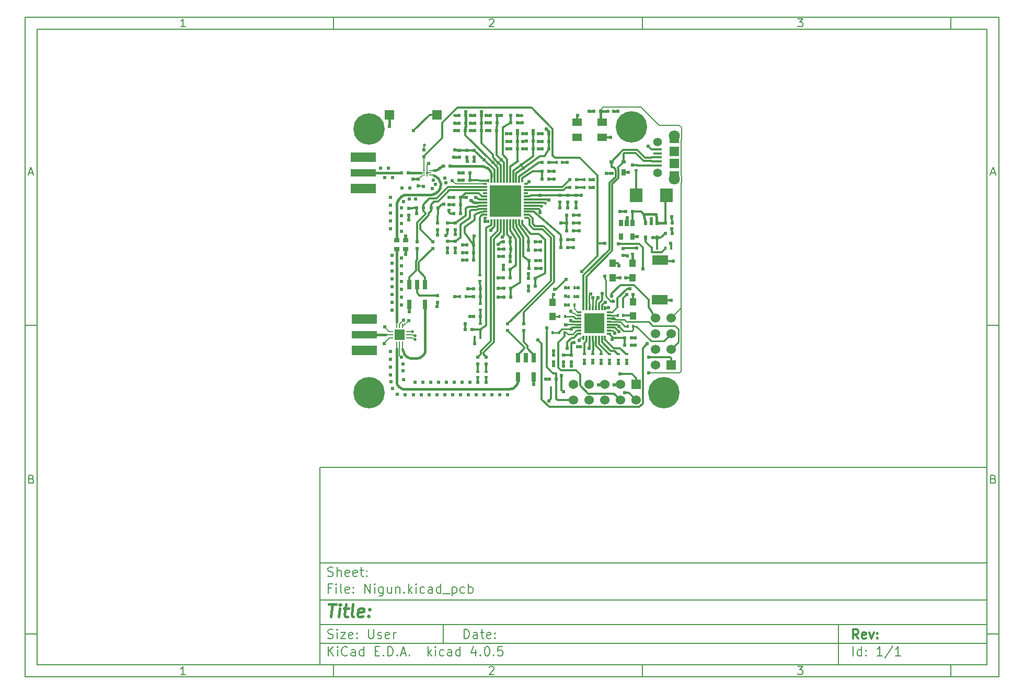
<source format=gbr>
G04 #@! TF.FileFunction,Copper,L1,Top,Signal*
%FSLAX46Y46*%
G04 Gerber Fmt 4.6, Leading zero omitted, Abs format (unit mm)*
G04 Created by KiCad (PCBNEW 4.0.5) date 2017 September 25, Monday 02:54:35*
%MOMM*%
%LPD*%
G01*
G04 APERTURE LIST*
%ADD10C,0.100000*%
%ADD11C,0.150000*%
%ADD12C,0.300000*%
%ADD13C,0.400000*%
%ADD14C,0.609600*%
%ADD15R,0.400000X0.600000*%
%ADD16R,0.600000X0.400000*%
%ADD17R,0.330200X0.152400*%
%ADD18R,0.650240X0.152400*%
%ADD19R,0.152400X1.300480*%
%ADD20O,0.129540X0.500380*%
%ADD21C,0.149860*%
%ADD22R,2.159000X2.260600*%
%ADD23R,1.100000X1.250000*%
%ADD24R,1.524000X1.524000*%
%ADD25C,1.524000*%
%ADD26R,0.760000X1.650000*%
%ADD27R,0.650000X1.060000*%
%ADD28R,0.550000X0.800000*%
%ADD29R,0.865000X0.800000*%
%ADD30R,0.250000X0.700000*%
%ADD31R,0.700000X0.250000*%
%ADD32R,0.825000X0.825000*%
%ADD33R,3.200000X3.200000*%
%ADD34R,0.300000X0.800000*%
%ADD35R,0.800000X0.300000*%
%ADD36R,0.600000X0.500000*%
%ADD37R,0.500000X0.600000*%
%ADD38R,0.700000X1.000000*%
%ADD39R,0.700000X0.600000*%
%ADD40R,1.350000X0.450000*%
%ADD41C,1.408000*%
%ADD42C,1.800000*%
%ADD43R,1.550000X1.500000*%
%ADD44C,5.080000*%
%ADD45C,0.508000*%
%ADD46R,1.600000X1.300000*%
%ADD47R,1.500000X1.500000*%
%ADD48R,4.064000X1.524000*%
%ADD49R,4.064000X1.270000*%
%ADD50R,0.320000X0.600000*%
%ADD51R,0.320000X0.700000*%
%ADD52R,0.600000X0.320000*%
%ADD53R,0.700000X0.320000*%
%ADD54R,5.100000X5.100000*%
%ADD55R,2.514600X1.524000*%
%ADD56C,0.152400*%
%ADD57C,0.431800*%
%ADD58C,0.304800*%
%ADD59C,0.330200*%
%ADD60C,0.203200*%
%ADD61C,0.254000*%
%ADD62C,0.177800*%
%ADD63C,0.381000*%
%ADD64C,0.279400*%
G04 APERTURE END LIST*
D10*
D11*
X57800000Y-83000000D02*
X57800000Y-115000000D01*
X165800000Y-115000000D01*
X165800000Y-83000000D01*
X57800000Y-83000000D01*
D10*
D11*
X10000000Y-10000000D02*
X10000000Y-117000000D01*
X167800000Y-117000000D01*
X167800000Y-10000000D01*
X10000000Y-10000000D01*
D10*
D11*
X12000000Y-12000000D02*
X12000000Y-115000000D01*
X165800000Y-115000000D01*
X165800000Y-12000000D01*
X12000000Y-12000000D01*
D10*
D11*
X60000000Y-12000000D02*
X60000000Y-10000000D01*
D10*
D11*
X110000000Y-12000000D02*
X110000000Y-10000000D01*
D10*
D11*
X160000000Y-12000000D02*
X160000000Y-10000000D01*
D10*
D11*
X35990476Y-11588095D02*
X35247619Y-11588095D01*
X35619048Y-11588095D02*
X35619048Y-10288095D01*
X35495238Y-10473810D01*
X35371429Y-10597619D01*
X35247619Y-10659524D01*
D10*
D11*
X85247619Y-10411905D02*
X85309524Y-10350000D01*
X85433333Y-10288095D01*
X85742857Y-10288095D01*
X85866667Y-10350000D01*
X85928571Y-10411905D01*
X85990476Y-10535714D01*
X85990476Y-10659524D01*
X85928571Y-10845238D01*
X85185714Y-11588095D01*
X85990476Y-11588095D01*
D10*
D11*
X135185714Y-10288095D02*
X135990476Y-10288095D01*
X135557143Y-10783333D01*
X135742857Y-10783333D01*
X135866667Y-10845238D01*
X135928571Y-10907143D01*
X135990476Y-11030952D01*
X135990476Y-11340476D01*
X135928571Y-11464286D01*
X135866667Y-11526190D01*
X135742857Y-11588095D01*
X135371429Y-11588095D01*
X135247619Y-11526190D01*
X135185714Y-11464286D01*
D10*
D11*
X60000000Y-115000000D02*
X60000000Y-117000000D01*
D10*
D11*
X110000000Y-115000000D02*
X110000000Y-117000000D01*
D10*
D11*
X160000000Y-115000000D02*
X160000000Y-117000000D01*
D10*
D11*
X35990476Y-116588095D02*
X35247619Y-116588095D01*
X35619048Y-116588095D02*
X35619048Y-115288095D01*
X35495238Y-115473810D01*
X35371429Y-115597619D01*
X35247619Y-115659524D01*
D10*
D11*
X85247619Y-115411905D02*
X85309524Y-115350000D01*
X85433333Y-115288095D01*
X85742857Y-115288095D01*
X85866667Y-115350000D01*
X85928571Y-115411905D01*
X85990476Y-115535714D01*
X85990476Y-115659524D01*
X85928571Y-115845238D01*
X85185714Y-116588095D01*
X85990476Y-116588095D01*
D10*
D11*
X135185714Y-115288095D02*
X135990476Y-115288095D01*
X135557143Y-115783333D01*
X135742857Y-115783333D01*
X135866667Y-115845238D01*
X135928571Y-115907143D01*
X135990476Y-116030952D01*
X135990476Y-116340476D01*
X135928571Y-116464286D01*
X135866667Y-116526190D01*
X135742857Y-116588095D01*
X135371429Y-116588095D01*
X135247619Y-116526190D01*
X135185714Y-116464286D01*
D10*
D11*
X10000000Y-60000000D02*
X12000000Y-60000000D01*
D10*
D11*
X10000000Y-110000000D02*
X12000000Y-110000000D01*
D10*
D11*
X10690476Y-35216667D02*
X11309524Y-35216667D01*
X10566667Y-35588095D02*
X11000000Y-34288095D01*
X11433333Y-35588095D01*
D10*
D11*
X11092857Y-84907143D02*
X11278571Y-84969048D01*
X11340476Y-85030952D01*
X11402381Y-85154762D01*
X11402381Y-85340476D01*
X11340476Y-85464286D01*
X11278571Y-85526190D01*
X11154762Y-85588095D01*
X10659524Y-85588095D01*
X10659524Y-84288095D01*
X11092857Y-84288095D01*
X11216667Y-84350000D01*
X11278571Y-84411905D01*
X11340476Y-84535714D01*
X11340476Y-84659524D01*
X11278571Y-84783333D01*
X11216667Y-84845238D01*
X11092857Y-84907143D01*
X10659524Y-84907143D01*
D10*
D11*
X167800000Y-60000000D02*
X165800000Y-60000000D01*
D10*
D11*
X167800000Y-110000000D02*
X165800000Y-110000000D01*
D10*
D11*
X166490476Y-35216667D02*
X167109524Y-35216667D01*
X166366667Y-35588095D02*
X166800000Y-34288095D01*
X167233333Y-35588095D01*
D10*
D11*
X166892857Y-84907143D02*
X167078571Y-84969048D01*
X167140476Y-85030952D01*
X167202381Y-85154762D01*
X167202381Y-85340476D01*
X167140476Y-85464286D01*
X167078571Y-85526190D01*
X166954762Y-85588095D01*
X166459524Y-85588095D01*
X166459524Y-84288095D01*
X166892857Y-84288095D01*
X167016667Y-84350000D01*
X167078571Y-84411905D01*
X167140476Y-84535714D01*
X167140476Y-84659524D01*
X167078571Y-84783333D01*
X167016667Y-84845238D01*
X166892857Y-84907143D01*
X166459524Y-84907143D01*
D10*
D11*
X81157143Y-110778571D02*
X81157143Y-109278571D01*
X81514286Y-109278571D01*
X81728571Y-109350000D01*
X81871429Y-109492857D01*
X81942857Y-109635714D01*
X82014286Y-109921429D01*
X82014286Y-110135714D01*
X81942857Y-110421429D01*
X81871429Y-110564286D01*
X81728571Y-110707143D01*
X81514286Y-110778571D01*
X81157143Y-110778571D01*
X83300000Y-110778571D02*
X83300000Y-109992857D01*
X83228571Y-109850000D01*
X83085714Y-109778571D01*
X82800000Y-109778571D01*
X82657143Y-109850000D01*
X83300000Y-110707143D02*
X83157143Y-110778571D01*
X82800000Y-110778571D01*
X82657143Y-110707143D01*
X82585714Y-110564286D01*
X82585714Y-110421429D01*
X82657143Y-110278571D01*
X82800000Y-110207143D01*
X83157143Y-110207143D01*
X83300000Y-110135714D01*
X83800000Y-109778571D02*
X84371429Y-109778571D01*
X84014286Y-109278571D02*
X84014286Y-110564286D01*
X84085714Y-110707143D01*
X84228572Y-110778571D01*
X84371429Y-110778571D01*
X85442857Y-110707143D02*
X85300000Y-110778571D01*
X85014286Y-110778571D01*
X84871429Y-110707143D01*
X84800000Y-110564286D01*
X84800000Y-109992857D01*
X84871429Y-109850000D01*
X85014286Y-109778571D01*
X85300000Y-109778571D01*
X85442857Y-109850000D01*
X85514286Y-109992857D01*
X85514286Y-110135714D01*
X84800000Y-110278571D01*
X86157143Y-110635714D02*
X86228571Y-110707143D01*
X86157143Y-110778571D01*
X86085714Y-110707143D01*
X86157143Y-110635714D01*
X86157143Y-110778571D01*
X86157143Y-109850000D02*
X86228571Y-109921429D01*
X86157143Y-109992857D01*
X86085714Y-109921429D01*
X86157143Y-109850000D01*
X86157143Y-109992857D01*
D10*
D11*
X57800000Y-111500000D02*
X165800000Y-111500000D01*
D10*
D11*
X59157143Y-113578571D02*
X59157143Y-112078571D01*
X60014286Y-113578571D02*
X59371429Y-112721429D01*
X60014286Y-112078571D02*
X59157143Y-112935714D01*
X60657143Y-113578571D02*
X60657143Y-112578571D01*
X60657143Y-112078571D02*
X60585714Y-112150000D01*
X60657143Y-112221429D01*
X60728571Y-112150000D01*
X60657143Y-112078571D01*
X60657143Y-112221429D01*
X62228572Y-113435714D02*
X62157143Y-113507143D01*
X61942857Y-113578571D01*
X61800000Y-113578571D01*
X61585715Y-113507143D01*
X61442857Y-113364286D01*
X61371429Y-113221429D01*
X61300000Y-112935714D01*
X61300000Y-112721429D01*
X61371429Y-112435714D01*
X61442857Y-112292857D01*
X61585715Y-112150000D01*
X61800000Y-112078571D01*
X61942857Y-112078571D01*
X62157143Y-112150000D01*
X62228572Y-112221429D01*
X63514286Y-113578571D02*
X63514286Y-112792857D01*
X63442857Y-112650000D01*
X63300000Y-112578571D01*
X63014286Y-112578571D01*
X62871429Y-112650000D01*
X63514286Y-113507143D02*
X63371429Y-113578571D01*
X63014286Y-113578571D01*
X62871429Y-113507143D01*
X62800000Y-113364286D01*
X62800000Y-113221429D01*
X62871429Y-113078571D01*
X63014286Y-113007143D01*
X63371429Y-113007143D01*
X63514286Y-112935714D01*
X64871429Y-113578571D02*
X64871429Y-112078571D01*
X64871429Y-113507143D02*
X64728572Y-113578571D01*
X64442858Y-113578571D01*
X64300000Y-113507143D01*
X64228572Y-113435714D01*
X64157143Y-113292857D01*
X64157143Y-112864286D01*
X64228572Y-112721429D01*
X64300000Y-112650000D01*
X64442858Y-112578571D01*
X64728572Y-112578571D01*
X64871429Y-112650000D01*
X66728572Y-112792857D02*
X67228572Y-112792857D01*
X67442858Y-113578571D02*
X66728572Y-113578571D01*
X66728572Y-112078571D01*
X67442858Y-112078571D01*
X68085715Y-113435714D02*
X68157143Y-113507143D01*
X68085715Y-113578571D01*
X68014286Y-113507143D01*
X68085715Y-113435714D01*
X68085715Y-113578571D01*
X68800001Y-113578571D02*
X68800001Y-112078571D01*
X69157144Y-112078571D01*
X69371429Y-112150000D01*
X69514287Y-112292857D01*
X69585715Y-112435714D01*
X69657144Y-112721429D01*
X69657144Y-112935714D01*
X69585715Y-113221429D01*
X69514287Y-113364286D01*
X69371429Y-113507143D01*
X69157144Y-113578571D01*
X68800001Y-113578571D01*
X70300001Y-113435714D02*
X70371429Y-113507143D01*
X70300001Y-113578571D01*
X70228572Y-113507143D01*
X70300001Y-113435714D01*
X70300001Y-113578571D01*
X70942858Y-113150000D02*
X71657144Y-113150000D01*
X70800001Y-113578571D02*
X71300001Y-112078571D01*
X71800001Y-113578571D01*
X72300001Y-113435714D02*
X72371429Y-113507143D01*
X72300001Y-113578571D01*
X72228572Y-113507143D01*
X72300001Y-113435714D01*
X72300001Y-113578571D01*
X75300001Y-113578571D02*
X75300001Y-112078571D01*
X75442858Y-113007143D02*
X75871429Y-113578571D01*
X75871429Y-112578571D02*
X75300001Y-113150000D01*
X76514287Y-113578571D02*
X76514287Y-112578571D01*
X76514287Y-112078571D02*
X76442858Y-112150000D01*
X76514287Y-112221429D01*
X76585715Y-112150000D01*
X76514287Y-112078571D01*
X76514287Y-112221429D01*
X77871430Y-113507143D02*
X77728573Y-113578571D01*
X77442859Y-113578571D01*
X77300001Y-113507143D01*
X77228573Y-113435714D01*
X77157144Y-113292857D01*
X77157144Y-112864286D01*
X77228573Y-112721429D01*
X77300001Y-112650000D01*
X77442859Y-112578571D01*
X77728573Y-112578571D01*
X77871430Y-112650000D01*
X79157144Y-113578571D02*
X79157144Y-112792857D01*
X79085715Y-112650000D01*
X78942858Y-112578571D01*
X78657144Y-112578571D01*
X78514287Y-112650000D01*
X79157144Y-113507143D02*
X79014287Y-113578571D01*
X78657144Y-113578571D01*
X78514287Y-113507143D01*
X78442858Y-113364286D01*
X78442858Y-113221429D01*
X78514287Y-113078571D01*
X78657144Y-113007143D01*
X79014287Y-113007143D01*
X79157144Y-112935714D01*
X80514287Y-113578571D02*
X80514287Y-112078571D01*
X80514287Y-113507143D02*
X80371430Y-113578571D01*
X80085716Y-113578571D01*
X79942858Y-113507143D01*
X79871430Y-113435714D01*
X79800001Y-113292857D01*
X79800001Y-112864286D01*
X79871430Y-112721429D01*
X79942858Y-112650000D01*
X80085716Y-112578571D01*
X80371430Y-112578571D01*
X80514287Y-112650000D01*
X83014287Y-112578571D02*
X83014287Y-113578571D01*
X82657144Y-112007143D02*
X82300001Y-113078571D01*
X83228573Y-113078571D01*
X83800001Y-113435714D02*
X83871429Y-113507143D01*
X83800001Y-113578571D01*
X83728572Y-113507143D01*
X83800001Y-113435714D01*
X83800001Y-113578571D01*
X84800001Y-112078571D02*
X84942858Y-112078571D01*
X85085715Y-112150000D01*
X85157144Y-112221429D01*
X85228573Y-112364286D01*
X85300001Y-112650000D01*
X85300001Y-113007143D01*
X85228573Y-113292857D01*
X85157144Y-113435714D01*
X85085715Y-113507143D01*
X84942858Y-113578571D01*
X84800001Y-113578571D01*
X84657144Y-113507143D01*
X84585715Y-113435714D01*
X84514287Y-113292857D01*
X84442858Y-113007143D01*
X84442858Y-112650000D01*
X84514287Y-112364286D01*
X84585715Y-112221429D01*
X84657144Y-112150000D01*
X84800001Y-112078571D01*
X85942858Y-113435714D02*
X86014286Y-113507143D01*
X85942858Y-113578571D01*
X85871429Y-113507143D01*
X85942858Y-113435714D01*
X85942858Y-113578571D01*
X87371430Y-112078571D02*
X86657144Y-112078571D01*
X86585715Y-112792857D01*
X86657144Y-112721429D01*
X86800001Y-112650000D01*
X87157144Y-112650000D01*
X87300001Y-112721429D01*
X87371430Y-112792857D01*
X87442858Y-112935714D01*
X87442858Y-113292857D01*
X87371430Y-113435714D01*
X87300001Y-113507143D01*
X87157144Y-113578571D01*
X86800001Y-113578571D01*
X86657144Y-113507143D01*
X86585715Y-113435714D01*
D10*
D11*
X57800000Y-108500000D02*
X165800000Y-108500000D01*
D10*
D12*
X145014286Y-110778571D02*
X144514286Y-110064286D01*
X144157143Y-110778571D02*
X144157143Y-109278571D01*
X144728571Y-109278571D01*
X144871429Y-109350000D01*
X144942857Y-109421429D01*
X145014286Y-109564286D01*
X145014286Y-109778571D01*
X144942857Y-109921429D01*
X144871429Y-109992857D01*
X144728571Y-110064286D01*
X144157143Y-110064286D01*
X146228571Y-110707143D02*
X146085714Y-110778571D01*
X145800000Y-110778571D01*
X145657143Y-110707143D01*
X145585714Y-110564286D01*
X145585714Y-109992857D01*
X145657143Y-109850000D01*
X145800000Y-109778571D01*
X146085714Y-109778571D01*
X146228571Y-109850000D01*
X146300000Y-109992857D01*
X146300000Y-110135714D01*
X145585714Y-110278571D01*
X146800000Y-109778571D02*
X147157143Y-110778571D01*
X147514285Y-109778571D01*
X148085714Y-110635714D02*
X148157142Y-110707143D01*
X148085714Y-110778571D01*
X148014285Y-110707143D01*
X148085714Y-110635714D01*
X148085714Y-110778571D01*
X148085714Y-109850000D02*
X148157142Y-109921429D01*
X148085714Y-109992857D01*
X148014285Y-109921429D01*
X148085714Y-109850000D01*
X148085714Y-109992857D01*
D10*
D11*
X59085714Y-110707143D02*
X59300000Y-110778571D01*
X59657143Y-110778571D01*
X59800000Y-110707143D01*
X59871429Y-110635714D01*
X59942857Y-110492857D01*
X59942857Y-110350000D01*
X59871429Y-110207143D01*
X59800000Y-110135714D01*
X59657143Y-110064286D01*
X59371429Y-109992857D01*
X59228571Y-109921429D01*
X59157143Y-109850000D01*
X59085714Y-109707143D01*
X59085714Y-109564286D01*
X59157143Y-109421429D01*
X59228571Y-109350000D01*
X59371429Y-109278571D01*
X59728571Y-109278571D01*
X59942857Y-109350000D01*
X60585714Y-110778571D02*
X60585714Y-109778571D01*
X60585714Y-109278571D02*
X60514285Y-109350000D01*
X60585714Y-109421429D01*
X60657142Y-109350000D01*
X60585714Y-109278571D01*
X60585714Y-109421429D01*
X61157143Y-109778571D02*
X61942857Y-109778571D01*
X61157143Y-110778571D01*
X61942857Y-110778571D01*
X63085714Y-110707143D02*
X62942857Y-110778571D01*
X62657143Y-110778571D01*
X62514286Y-110707143D01*
X62442857Y-110564286D01*
X62442857Y-109992857D01*
X62514286Y-109850000D01*
X62657143Y-109778571D01*
X62942857Y-109778571D01*
X63085714Y-109850000D01*
X63157143Y-109992857D01*
X63157143Y-110135714D01*
X62442857Y-110278571D01*
X63800000Y-110635714D02*
X63871428Y-110707143D01*
X63800000Y-110778571D01*
X63728571Y-110707143D01*
X63800000Y-110635714D01*
X63800000Y-110778571D01*
X63800000Y-109850000D02*
X63871428Y-109921429D01*
X63800000Y-109992857D01*
X63728571Y-109921429D01*
X63800000Y-109850000D01*
X63800000Y-109992857D01*
X65657143Y-109278571D02*
X65657143Y-110492857D01*
X65728571Y-110635714D01*
X65800000Y-110707143D01*
X65942857Y-110778571D01*
X66228571Y-110778571D01*
X66371429Y-110707143D01*
X66442857Y-110635714D01*
X66514286Y-110492857D01*
X66514286Y-109278571D01*
X67157143Y-110707143D02*
X67300000Y-110778571D01*
X67585715Y-110778571D01*
X67728572Y-110707143D01*
X67800000Y-110564286D01*
X67800000Y-110492857D01*
X67728572Y-110350000D01*
X67585715Y-110278571D01*
X67371429Y-110278571D01*
X67228572Y-110207143D01*
X67157143Y-110064286D01*
X67157143Y-109992857D01*
X67228572Y-109850000D01*
X67371429Y-109778571D01*
X67585715Y-109778571D01*
X67728572Y-109850000D01*
X69014286Y-110707143D02*
X68871429Y-110778571D01*
X68585715Y-110778571D01*
X68442858Y-110707143D01*
X68371429Y-110564286D01*
X68371429Y-109992857D01*
X68442858Y-109850000D01*
X68585715Y-109778571D01*
X68871429Y-109778571D01*
X69014286Y-109850000D01*
X69085715Y-109992857D01*
X69085715Y-110135714D01*
X68371429Y-110278571D01*
X69728572Y-110778571D02*
X69728572Y-109778571D01*
X69728572Y-110064286D02*
X69800000Y-109921429D01*
X69871429Y-109850000D01*
X70014286Y-109778571D01*
X70157143Y-109778571D01*
D10*
D11*
X144157143Y-113578571D02*
X144157143Y-112078571D01*
X145514286Y-113578571D02*
X145514286Y-112078571D01*
X145514286Y-113507143D02*
X145371429Y-113578571D01*
X145085715Y-113578571D01*
X144942857Y-113507143D01*
X144871429Y-113435714D01*
X144800000Y-113292857D01*
X144800000Y-112864286D01*
X144871429Y-112721429D01*
X144942857Y-112650000D01*
X145085715Y-112578571D01*
X145371429Y-112578571D01*
X145514286Y-112650000D01*
X146228572Y-113435714D02*
X146300000Y-113507143D01*
X146228572Y-113578571D01*
X146157143Y-113507143D01*
X146228572Y-113435714D01*
X146228572Y-113578571D01*
X146228572Y-112650000D02*
X146300000Y-112721429D01*
X146228572Y-112792857D01*
X146157143Y-112721429D01*
X146228572Y-112650000D01*
X146228572Y-112792857D01*
X148871429Y-113578571D02*
X148014286Y-113578571D01*
X148442858Y-113578571D02*
X148442858Y-112078571D01*
X148300001Y-112292857D01*
X148157143Y-112435714D01*
X148014286Y-112507143D01*
X150585714Y-112007143D02*
X149300000Y-113935714D01*
X151871429Y-113578571D02*
X151014286Y-113578571D01*
X151442858Y-113578571D02*
X151442858Y-112078571D01*
X151300001Y-112292857D01*
X151157143Y-112435714D01*
X151014286Y-112507143D01*
D10*
D11*
X57800000Y-104500000D02*
X165800000Y-104500000D01*
D10*
D13*
X59252381Y-105204762D02*
X60395238Y-105204762D01*
X59573810Y-107204762D02*
X59823810Y-105204762D01*
X60811905Y-107204762D02*
X60978571Y-105871429D01*
X61061905Y-105204762D02*
X60954762Y-105300000D01*
X61038095Y-105395238D01*
X61145239Y-105300000D01*
X61061905Y-105204762D01*
X61038095Y-105395238D01*
X61645238Y-105871429D02*
X62407143Y-105871429D01*
X62014286Y-105204762D02*
X61800000Y-106919048D01*
X61871430Y-107109524D01*
X62050001Y-107204762D01*
X62240477Y-107204762D01*
X63192858Y-107204762D02*
X63014287Y-107109524D01*
X62942857Y-106919048D01*
X63157143Y-105204762D01*
X64728572Y-107109524D02*
X64526191Y-107204762D01*
X64145239Y-107204762D01*
X63966667Y-107109524D01*
X63895238Y-106919048D01*
X63990476Y-106157143D01*
X64109524Y-105966667D01*
X64311905Y-105871429D01*
X64692857Y-105871429D01*
X64871429Y-105966667D01*
X64942857Y-106157143D01*
X64919048Y-106347619D01*
X63942857Y-106538095D01*
X65692857Y-107014286D02*
X65776192Y-107109524D01*
X65669048Y-107204762D01*
X65585715Y-107109524D01*
X65692857Y-107014286D01*
X65669048Y-107204762D01*
X65823810Y-105966667D02*
X65907144Y-106061905D01*
X65800000Y-106157143D01*
X65716667Y-106061905D01*
X65823810Y-105966667D01*
X65800000Y-106157143D01*
D10*
D11*
X59657143Y-102592857D02*
X59157143Y-102592857D01*
X59157143Y-103378571D02*
X59157143Y-101878571D01*
X59871429Y-101878571D01*
X60442857Y-103378571D02*
X60442857Y-102378571D01*
X60442857Y-101878571D02*
X60371428Y-101950000D01*
X60442857Y-102021429D01*
X60514285Y-101950000D01*
X60442857Y-101878571D01*
X60442857Y-102021429D01*
X61371429Y-103378571D02*
X61228571Y-103307143D01*
X61157143Y-103164286D01*
X61157143Y-101878571D01*
X62514285Y-103307143D02*
X62371428Y-103378571D01*
X62085714Y-103378571D01*
X61942857Y-103307143D01*
X61871428Y-103164286D01*
X61871428Y-102592857D01*
X61942857Y-102450000D01*
X62085714Y-102378571D01*
X62371428Y-102378571D01*
X62514285Y-102450000D01*
X62585714Y-102592857D01*
X62585714Y-102735714D01*
X61871428Y-102878571D01*
X63228571Y-103235714D02*
X63299999Y-103307143D01*
X63228571Y-103378571D01*
X63157142Y-103307143D01*
X63228571Y-103235714D01*
X63228571Y-103378571D01*
X63228571Y-102450000D02*
X63299999Y-102521429D01*
X63228571Y-102592857D01*
X63157142Y-102521429D01*
X63228571Y-102450000D01*
X63228571Y-102592857D01*
X65085714Y-103378571D02*
X65085714Y-101878571D01*
X65942857Y-103378571D01*
X65942857Y-101878571D01*
X66657143Y-103378571D02*
X66657143Y-102378571D01*
X66657143Y-101878571D02*
X66585714Y-101950000D01*
X66657143Y-102021429D01*
X66728571Y-101950000D01*
X66657143Y-101878571D01*
X66657143Y-102021429D01*
X68014286Y-102378571D02*
X68014286Y-103592857D01*
X67942857Y-103735714D01*
X67871429Y-103807143D01*
X67728572Y-103878571D01*
X67514286Y-103878571D01*
X67371429Y-103807143D01*
X68014286Y-103307143D02*
X67871429Y-103378571D01*
X67585715Y-103378571D01*
X67442857Y-103307143D01*
X67371429Y-103235714D01*
X67300000Y-103092857D01*
X67300000Y-102664286D01*
X67371429Y-102521429D01*
X67442857Y-102450000D01*
X67585715Y-102378571D01*
X67871429Y-102378571D01*
X68014286Y-102450000D01*
X69371429Y-102378571D02*
X69371429Y-103378571D01*
X68728572Y-102378571D02*
X68728572Y-103164286D01*
X68800000Y-103307143D01*
X68942858Y-103378571D01*
X69157143Y-103378571D01*
X69300000Y-103307143D01*
X69371429Y-103235714D01*
X70085715Y-102378571D02*
X70085715Y-103378571D01*
X70085715Y-102521429D02*
X70157143Y-102450000D01*
X70300001Y-102378571D01*
X70514286Y-102378571D01*
X70657143Y-102450000D01*
X70728572Y-102592857D01*
X70728572Y-103378571D01*
X71442858Y-103235714D02*
X71514286Y-103307143D01*
X71442858Y-103378571D01*
X71371429Y-103307143D01*
X71442858Y-103235714D01*
X71442858Y-103378571D01*
X72157144Y-103378571D02*
X72157144Y-101878571D01*
X72300001Y-102807143D02*
X72728572Y-103378571D01*
X72728572Y-102378571D02*
X72157144Y-102950000D01*
X73371430Y-103378571D02*
X73371430Y-102378571D01*
X73371430Y-101878571D02*
X73300001Y-101950000D01*
X73371430Y-102021429D01*
X73442858Y-101950000D01*
X73371430Y-101878571D01*
X73371430Y-102021429D01*
X74728573Y-103307143D02*
X74585716Y-103378571D01*
X74300002Y-103378571D01*
X74157144Y-103307143D01*
X74085716Y-103235714D01*
X74014287Y-103092857D01*
X74014287Y-102664286D01*
X74085716Y-102521429D01*
X74157144Y-102450000D01*
X74300002Y-102378571D01*
X74585716Y-102378571D01*
X74728573Y-102450000D01*
X76014287Y-103378571D02*
X76014287Y-102592857D01*
X75942858Y-102450000D01*
X75800001Y-102378571D01*
X75514287Y-102378571D01*
X75371430Y-102450000D01*
X76014287Y-103307143D02*
X75871430Y-103378571D01*
X75514287Y-103378571D01*
X75371430Y-103307143D01*
X75300001Y-103164286D01*
X75300001Y-103021429D01*
X75371430Y-102878571D01*
X75514287Y-102807143D01*
X75871430Y-102807143D01*
X76014287Y-102735714D01*
X77371430Y-103378571D02*
X77371430Y-101878571D01*
X77371430Y-103307143D02*
X77228573Y-103378571D01*
X76942859Y-103378571D01*
X76800001Y-103307143D01*
X76728573Y-103235714D01*
X76657144Y-103092857D01*
X76657144Y-102664286D01*
X76728573Y-102521429D01*
X76800001Y-102450000D01*
X76942859Y-102378571D01*
X77228573Y-102378571D01*
X77371430Y-102450000D01*
X77728573Y-103521429D02*
X78871430Y-103521429D01*
X79228573Y-102378571D02*
X79228573Y-103878571D01*
X79228573Y-102450000D02*
X79371430Y-102378571D01*
X79657144Y-102378571D01*
X79800001Y-102450000D01*
X79871430Y-102521429D01*
X79942859Y-102664286D01*
X79942859Y-103092857D01*
X79871430Y-103235714D01*
X79800001Y-103307143D01*
X79657144Y-103378571D01*
X79371430Y-103378571D01*
X79228573Y-103307143D01*
X81228573Y-103307143D02*
X81085716Y-103378571D01*
X80800002Y-103378571D01*
X80657144Y-103307143D01*
X80585716Y-103235714D01*
X80514287Y-103092857D01*
X80514287Y-102664286D01*
X80585716Y-102521429D01*
X80657144Y-102450000D01*
X80800002Y-102378571D01*
X81085716Y-102378571D01*
X81228573Y-102450000D01*
X81871430Y-103378571D02*
X81871430Y-101878571D01*
X81871430Y-102450000D02*
X82014287Y-102378571D01*
X82300001Y-102378571D01*
X82442858Y-102450000D01*
X82514287Y-102521429D01*
X82585716Y-102664286D01*
X82585716Y-103092857D01*
X82514287Y-103235714D01*
X82442858Y-103307143D01*
X82300001Y-103378571D01*
X82014287Y-103378571D01*
X81871430Y-103307143D01*
D10*
D11*
X57800000Y-98500000D02*
X165800000Y-98500000D01*
D10*
D11*
X59085714Y-100607143D02*
X59300000Y-100678571D01*
X59657143Y-100678571D01*
X59800000Y-100607143D01*
X59871429Y-100535714D01*
X59942857Y-100392857D01*
X59942857Y-100250000D01*
X59871429Y-100107143D01*
X59800000Y-100035714D01*
X59657143Y-99964286D01*
X59371429Y-99892857D01*
X59228571Y-99821429D01*
X59157143Y-99750000D01*
X59085714Y-99607143D01*
X59085714Y-99464286D01*
X59157143Y-99321429D01*
X59228571Y-99250000D01*
X59371429Y-99178571D01*
X59728571Y-99178571D01*
X59942857Y-99250000D01*
X60585714Y-100678571D02*
X60585714Y-99178571D01*
X61228571Y-100678571D02*
X61228571Y-99892857D01*
X61157142Y-99750000D01*
X61014285Y-99678571D01*
X60800000Y-99678571D01*
X60657142Y-99750000D01*
X60585714Y-99821429D01*
X62514285Y-100607143D02*
X62371428Y-100678571D01*
X62085714Y-100678571D01*
X61942857Y-100607143D01*
X61871428Y-100464286D01*
X61871428Y-99892857D01*
X61942857Y-99750000D01*
X62085714Y-99678571D01*
X62371428Y-99678571D01*
X62514285Y-99750000D01*
X62585714Y-99892857D01*
X62585714Y-100035714D01*
X61871428Y-100178571D01*
X63799999Y-100607143D02*
X63657142Y-100678571D01*
X63371428Y-100678571D01*
X63228571Y-100607143D01*
X63157142Y-100464286D01*
X63157142Y-99892857D01*
X63228571Y-99750000D01*
X63371428Y-99678571D01*
X63657142Y-99678571D01*
X63799999Y-99750000D01*
X63871428Y-99892857D01*
X63871428Y-100035714D01*
X63157142Y-100178571D01*
X64299999Y-99678571D02*
X64871428Y-99678571D01*
X64514285Y-99178571D02*
X64514285Y-100464286D01*
X64585713Y-100607143D01*
X64728571Y-100678571D01*
X64871428Y-100678571D01*
X65371428Y-100535714D02*
X65442856Y-100607143D01*
X65371428Y-100678571D01*
X65299999Y-100607143D01*
X65371428Y-100535714D01*
X65371428Y-100678571D01*
X65371428Y-99750000D02*
X65442856Y-99821429D01*
X65371428Y-99892857D01*
X65299999Y-99821429D01*
X65371428Y-99750000D01*
X65371428Y-99892857D01*
D10*
D11*
X77800000Y-108500000D02*
X77800000Y-111500000D01*
D10*
D11*
X141800000Y-108500000D02*
X141800000Y-115000000D01*
D14*
X63512700Y-37846000D03*
X64935100Y-37846000D03*
X66205100Y-37846000D03*
X63652400Y-32804100D03*
X64935100Y-32804100D03*
X66179700Y-32829500D03*
X63703200Y-59067700D03*
X65087500Y-59131200D03*
X63792100Y-64109600D03*
X65112900Y-64109600D03*
X66344800Y-64109600D03*
X66382900Y-59156600D03*
X69316600Y-69151500D03*
X69532500Y-70192900D03*
X70307200Y-71120000D03*
X71628000Y-71259700D03*
X73177400Y-69176900D03*
D15*
X95181000Y-70180200D03*
X96081000Y-70180200D03*
X94571400Y-61137800D03*
X95471400Y-61137800D03*
X96583500Y-58559700D03*
X97483500Y-58559700D03*
X97445400Y-61137800D03*
X96545400Y-61137800D03*
X99009200Y-53924200D03*
X98109200Y-53924200D03*
X99021900Y-55283100D03*
X98121900Y-55283100D03*
X99021900Y-56654700D03*
X98121900Y-56654700D03*
D16*
X107467400Y-64643000D03*
X107467400Y-65543000D03*
X106108500Y-64643000D03*
X106108500Y-65543000D03*
X104724200Y-64643000D03*
X104724200Y-65543000D03*
X103339900Y-64643000D03*
X103339900Y-65543000D03*
X101981000Y-64655700D03*
X101981000Y-65555700D03*
X100622100Y-64655700D03*
X100622100Y-65555700D03*
D15*
X106895900Y-56959500D03*
X105995900Y-56959500D03*
X108527000Y-60109100D03*
X107627000Y-60109100D03*
X99421100Y-63487300D03*
X98521100Y-63487300D03*
X106919600Y-58356500D03*
X106019600Y-58356500D03*
X96131380Y-33535620D03*
X97031380Y-33535620D03*
X100606860Y-36329620D03*
X101506860Y-36329620D03*
X100614060Y-37627560D03*
X101514060Y-37627560D03*
X104401620Y-25252680D03*
X105301620Y-25252680D03*
D16*
X84747100Y-67482300D03*
X84747100Y-68382300D03*
X83388200Y-67482300D03*
X83388200Y-68382300D03*
D15*
X83756500Y-61963300D03*
X82856500Y-61963300D03*
X113755600Y-47434500D03*
X114655600Y-47434500D03*
X112433100Y-47447200D03*
X111533100Y-47447200D03*
D16*
X108419900Y-48341700D03*
X108419900Y-47441700D03*
X83748880Y-60642500D03*
X83748880Y-59742500D03*
X83748880Y-57412460D03*
X83748880Y-56512460D03*
D15*
X80472280Y-55359300D03*
X81372280Y-55359300D03*
D16*
X83738720Y-52783740D03*
X83738720Y-51883740D03*
X109042200Y-33961500D03*
X109042200Y-34861500D03*
D17*
X75618340Y-35593020D03*
D18*
X75458320Y-35242500D03*
D17*
X75618340Y-34891980D03*
X74648060Y-34891980D03*
X74648060Y-35242500D03*
X74648060Y-35593020D03*
D19*
X75133200Y-35242500D03*
D20*
X75067160Y-35242500D03*
D21*
X75154413Y-35419407D02*
X75330427Y-35243393D01*
X75320267Y-35241607D02*
X75144253Y-35065593D01*
D22*
X109054900Y-38900100D03*
X113931700Y-38900100D03*
D23*
X108419900Y-49942500D03*
X108419900Y-52292500D03*
X108508800Y-58477400D03*
X108508800Y-56127400D03*
X105181400Y-52241700D03*
X105181400Y-49891700D03*
X95478600Y-58572899D03*
X95478600Y-56222899D03*
D24*
X114706400Y-66382900D03*
D25*
X112166400Y-66382900D03*
X114706400Y-63842900D03*
X112166400Y-63842900D03*
X114706400Y-61302900D03*
X112166400Y-61302900D03*
X114706400Y-58762900D03*
X112166400Y-58762900D03*
D24*
X109004100Y-69583300D03*
D25*
X109004100Y-72123300D03*
X106464100Y-69583300D03*
X106464100Y-72123300D03*
X103924100Y-69583300D03*
X103924100Y-72123300D03*
X101384100Y-69583300D03*
X101384100Y-72123300D03*
X98844100Y-69583300D03*
X98844100Y-72123300D03*
D26*
X74841100Y-53390800D03*
X73571100Y-53390800D03*
X72301100Y-53390800D03*
X72301100Y-56570800D03*
X74841100Y-56570800D03*
D27*
X108430100Y-43388100D03*
X107480100Y-43388100D03*
X106530100Y-43388100D03*
X106530100Y-45588100D03*
X108430100Y-45588100D03*
D28*
X112405200Y-43389700D03*
X111455200Y-43389700D03*
X110505200Y-43389700D03*
X110505200Y-45789700D03*
X112405200Y-45789700D03*
D29*
X71674700Y-47651500D03*
X71674700Y-46201500D03*
X70209700Y-47651500D03*
X70209700Y-46201500D03*
D30*
X70198360Y-62906100D03*
X70698360Y-62906100D03*
X71198360Y-62906100D03*
D31*
X72098360Y-62006100D03*
X72098360Y-61506100D03*
X72098360Y-61006100D03*
D30*
X71198360Y-60106100D03*
X70698360Y-60106100D03*
X70198360Y-60106100D03*
D31*
X69298360Y-61006100D03*
X69298360Y-61506100D03*
X69298360Y-62006100D03*
D32*
X71110860Y-61093600D03*
X70285860Y-61093600D03*
X71110860Y-61918600D03*
X70285860Y-61918600D03*
D33*
X102222600Y-59605100D03*
D34*
X100472600Y-62005100D03*
X100972600Y-62005100D03*
X101472600Y-62005100D03*
X101972600Y-62005100D03*
X102472600Y-62005100D03*
X102972600Y-62005100D03*
X103472600Y-62005100D03*
X103972600Y-62005100D03*
D35*
X104622600Y-61355100D03*
X104622600Y-60855100D03*
X104622600Y-60355100D03*
X104622600Y-59855100D03*
X104622600Y-59355100D03*
X104622600Y-58855100D03*
X104622600Y-58355100D03*
X104622600Y-57855100D03*
D34*
X103972600Y-57205100D03*
X103472600Y-57205100D03*
X102972600Y-57205100D03*
X102472600Y-57205100D03*
X101972600Y-57205100D03*
X101472600Y-57205100D03*
X100972600Y-57205100D03*
X100472600Y-57205100D03*
D35*
X99822600Y-57855100D03*
X99822600Y-58355100D03*
X99822600Y-58855100D03*
X99822600Y-59355100D03*
X99822600Y-59855100D03*
X99822600Y-60355100D03*
X99822600Y-60855100D03*
X99822600Y-61355100D03*
D36*
X72127200Y-35242500D03*
X71027200Y-35242500D03*
X82663270Y-48175884D03*
X81563270Y-48175884D03*
X88641100Y-50927000D03*
X87541100Y-50927000D03*
X82659370Y-49433184D03*
X81559370Y-49433184D03*
X83746520Y-54033420D03*
X82646520Y-54033420D03*
D37*
X74663300Y-31526300D03*
X74663300Y-32626300D03*
X73736200Y-36314200D03*
X73736200Y-37414200D03*
D36*
X88646000Y-52235100D03*
X87546000Y-52235100D03*
X108432600Y-41541700D03*
X107332600Y-41541700D03*
X82667303Y-46922532D03*
X81567303Y-46922532D03*
X83746520Y-55359300D03*
X82646520Y-55359300D03*
X88691900Y-53949600D03*
X87591900Y-53949600D03*
X113737300Y-43383200D03*
X114837300Y-43383200D03*
X88691900Y-55422800D03*
X87591900Y-55422800D03*
X83745160Y-58574940D03*
X82645160Y-58574940D03*
X91626600Y-50723800D03*
X92726600Y-50723800D03*
X82443320Y-60647580D03*
X81343320Y-60647580D03*
X91617799Y-49466500D03*
X92717799Y-49466500D03*
D37*
X106921300Y-47519500D03*
X106921300Y-48619500D03*
D36*
X88641100Y-46393100D03*
X87541100Y-46393100D03*
X91579700Y-47752000D03*
X92679700Y-47752000D03*
X88658700Y-47650400D03*
X87558700Y-47650400D03*
X91554300Y-46443900D03*
X92654300Y-46443900D03*
X113737300Y-45085000D03*
X114837300Y-45085000D03*
X88649900Y-48768000D03*
X87549900Y-48768000D03*
X92710000Y-53632100D03*
X91610000Y-53632100D03*
X97757861Y-44626188D03*
X98857861Y-44626188D03*
D37*
X96681082Y-38931678D03*
X96681082Y-40031678D03*
X78463105Y-46367767D03*
X78463105Y-47467767D03*
X83388200Y-65112900D03*
X83388200Y-66212900D03*
X84747100Y-65105100D03*
X84747100Y-66205100D03*
D36*
X97753961Y-43368888D03*
X98853961Y-43368888D03*
D37*
X97961241Y-38931678D03*
X97961241Y-40031678D03*
D36*
X92711678Y-52380740D03*
X91611678Y-52380740D03*
D37*
X79707705Y-46367766D03*
X79707705Y-47467766D03*
D36*
X97757861Y-42111589D03*
X98857861Y-42111589D03*
D37*
X99245420Y-38921600D03*
X99245420Y-40021600D03*
X79712820Y-43348820D03*
X79712820Y-44448820D03*
X78417420Y-43348820D03*
X78417420Y-44448820D03*
D36*
X96845120Y-46103540D03*
X97945120Y-46103540D03*
D37*
X88226900Y-59720300D03*
X88226900Y-60820300D03*
X90779600Y-59724200D03*
X90779600Y-60824200D03*
D36*
X96845120Y-47355760D03*
X97945120Y-47355760D03*
X102139660Y-25252680D03*
X103239660Y-25252680D03*
D37*
X76880720Y-43347640D03*
X76880720Y-44447640D03*
D36*
X98270060Y-37632640D03*
X99370060Y-37632640D03*
X80594200Y-39243000D03*
X79494200Y-39243000D03*
X98300540Y-36337240D03*
X99400540Y-36337240D03*
X80597547Y-41846963D03*
X79497547Y-41846963D03*
D37*
X72181791Y-42072803D03*
X72181791Y-40972803D03*
X76047600Y-47501900D03*
X76047600Y-46401900D03*
X73533000Y-47493100D03*
X73533000Y-46393100D03*
D36*
X80597547Y-40424563D03*
X79497547Y-40424563D03*
X81009400Y-36461700D03*
X82109400Y-36461700D03*
X77783600Y-34163000D03*
X78883600Y-34163000D03*
X93784420Y-33540700D03*
X94884420Y-33540700D03*
D37*
X76822300Y-56222900D03*
X76822300Y-55122900D03*
D36*
X81000600Y-35242500D03*
X82100600Y-35242500D03*
X93764100Y-35026600D03*
X94864100Y-35026600D03*
X93764100Y-36309300D03*
X94864100Y-36309300D03*
X94863187Y-31381092D03*
X93763187Y-31381092D03*
D37*
X82803463Y-31580044D03*
X82803463Y-32680044D03*
D36*
X81360892Y-28400940D03*
X80260892Y-28400940D03*
X94859467Y-30156812D03*
X93759467Y-30156812D03*
D37*
X81609663Y-31580045D03*
X81609663Y-32680045D03*
D36*
X81373592Y-27194440D03*
X80273592Y-27194440D03*
X94859467Y-28924912D03*
X93759467Y-28924912D03*
D37*
X80403162Y-31580043D03*
X80403162Y-32680043D03*
D36*
X81373592Y-25975240D03*
X80273592Y-25975240D03*
X92333765Y-31375090D03*
X91233765Y-31375090D03*
X107137200Y-63207900D03*
X108237200Y-63207900D03*
X92330045Y-30133030D03*
X91230045Y-30133030D03*
X92333765Y-28883349D03*
X91233765Y-28883349D03*
X83926198Y-28386414D03*
X82826198Y-28386414D03*
X86450292Y-28394341D03*
X85350292Y-28394341D03*
X88696800Y-25920700D03*
X89796800Y-25920700D03*
X89778840Y-31379160D03*
X88678840Y-31379160D03*
X107133300Y-62001400D03*
X108233300Y-62001400D03*
X83926198Y-27179914D03*
X82826198Y-27179914D03*
X86458093Y-27149740D03*
X85358093Y-27149740D03*
X88696800Y-27127200D03*
X89796800Y-27127200D03*
X89778840Y-30139640D03*
X88678840Y-30139640D03*
X83921298Y-25960713D03*
X82821298Y-25960713D03*
X86452800Y-25933400D03*
X85352800Y-25933400D03*
X89778840Y-28892500D03*
X88678840Y-28892500D03*
D37*
X95669100Y-64778800D03*
X95669100Y-65878800D03*
X97243900Y-64791500D03*
X97243900Y-65891500D03*
X98513900Y-64791500D03*
X98513900Y-65891500D03*
D36*
X96079400Y-68694300D03*
X94979400Y-68694300D03*
D38*
X107019600Y-35154300D03*
D39*
X107019600Y-33454300D03*
X105019600Y-33454300D03*
X105019600Y-35354300D03*
D36*
X76893600Y-40970200D03*
X75793600Y-40970200D03*
X73423600Y-40970200D03*
X74523600Y-40970200D03*
D26*
X92430600Y-65212000D03*
X91160600Y-65212000D03*
X89890600Y-65212000D03*
X89890600Y-68392000D03*
X92430600Y-68392000D03*
D40*
X112526700Y-34043900D03*
X112526700Y-33393900D03*
X112526700Y-32743900D03*
X112526700Y-32093900D03*
X112526700Y-31443900D03*
D41*
X112501700Y-35243900D03*
X112501700Y-30243900D03*
D42*
X115201700Y-36243900D03*
X115201700Y-29243900D03*
D43*
X115201700Y-33743900D03*
X115201700Y-31743900D03*
X115201700Y-35793900D03*
X115201700Y-29693900D03*
D44*
X65709800Y-70878700D03*
D45*
X67564000Y-70878700D03*
X65684400Y-69024500D03*
X65684400Y-72834500D03*
X67056000Y-72250300D03*
X64287400Y-69634100D03*
X64338200Y-72301100D03*
X63855600Y-70878700D03*
X67056000Y-69532500D03*
D44*
X65709800Y-28143200D03*
D45*
X67564000Y-28143200D03*
X65684400Y-26289000D03*
X65684400Y-30099000D03*
X67056000Y-29514800D03*
X64287400Y-26898600D03*
X64338200Y-29565600D03*
X63855600Y-28143200D03*
X67056000Y-26797000D03*
D44*
X113499900Y-70904100D03*
D45*
X115354100Y-70904100D03*
X113474500Y-69049900D03*
X113474500Y-72859900D03*
X114846100Y-72275700D03*
X112077500Y-69659500D03*
X112128300Y-72326500D03*
X111645700Y-70904100D03*
X114846100Y-69557900D03*
D44*
X108254800Y-27825700D03*
D45*
X110109000Y-27825700D03*
X108229400Y-25971500D03*
X108229400Y-29781500D03*
X109601000Y-29197300D03*
X106832400Y-26581100D03*
X106883200Y-29248100D03*
X106400600Y-27825700D03*
X109601000Y-26479500D03*
D46*
X103484680Y-29507180D03*
X99484680Y-29507180D03*
X103484680Y-27007180D03*
X99484680Y-27007180D03*
D47*
X69011800Y-25831800D03*
X76758800Y-25831800D03*
D14*
X72936100Y-71247000D03*
X74206100Y-71247000D03*
X75476100Y-71247000D03*
X76746100Y-71247000D03*
X78016100Y-71247000D03*
X79286100Y-71247000D03*
X80556100Y-71247000D03*
X81826100Y-71247000D03*
X83096100Y-71247000D03*
X84366100Y-71247000D03*
X85636100Y-71247000D03*
X86906100Y-71247000D03*
X88176100Y-71247000D03*
X75717400Y-69176900D03*
X82067400Y-69176900D03*
X80797400Y-69176900D03*
X74447400Y-69176900D03*
X76987400Y-69176900D03*
X78257400Y-69176900D03*
X79527400Y-69176900D03*
X71297800Y-68795900D03*
X71259700Y-67310000D03*
X71272400Y-66230500D03*
X69202300Y-68046600D03*
X69202300Y-66776600D03*
X69202300Y-65506600D03*
X69202300Y-64236600D03*
X69469000Y-57531000D03*
X69469000Y-56261000D03*
X69469000Y-54991000D03*
X69469000Y-52451000D03*
X69469000Y-51181000D03*
X69469000Y-49911000D03*
X69469000Y-48641000D03*
X71005700Y-49098200D03*
X71005700Y-56718200D03*
X71005700Y-55448200D03*
X71005700Y-54178200D03*
X71005700Y-52908200D03*
X71005700Y-51638200D03*
X71005700Y-50368200D03*
X69227700Y-44310300D03*
X69227700Y-43040300D03*
X69227700Y-41770300D03*
X69227700Y-40500300D03*
X69227700Y-39230300D03*
X71005700Y-40970200D03*
X71005700Y-42240200D03*
X71005700Y-43510200D03*
X71005700Y-44780200D03*
X71310500Y-39890700D03*
X71081900Y-37706300D03*
X72390000Y-37719000D03*
X72275700Y-39471600D03*
X73266300Y-39471600D03*
X76022200Y-37807900D03*
X76542900Y-37134800D03*
X76136500Y-36461700D03*
X78016100Y-36131500D03*
X78155800Y-36906200D03*
X69545200Y-36017200D03*
X68275200Y-36017199D03*
X68897500Y-34480500D03*
X67627500Y-34480499D03*
X85979000Y-37909500D03*
X85979000Y-39179500D03*
X85979000Y-40449500D03*
X85979000Y-41719500D03*
X87249000Y-37909500D03*
X87249000Y-39179500D03*
X87249000Y-40449500D03*
X87249000Y-41719500D03*
X88519000Y-37909500D03*
X88519000Y-39179500D03*
X88519000Y-40449500D03*
X88519000Y-41719500D03*
X89789000Y-37909500D03*
X89789000Y-39179500D03*
X89789000Y-40449500D03*
X89789000Y-41719500D03*
X100977700Y-58331100D03*
X100977700Y-59601100D03*
X100977700Y-60871100D03*
X102247700Y-58331100D03*
X102247700Y-59601100D03*
X102247700Y-60871100D03*
X103517700Y-58331100D03*
X103517700Y-59601100D03*
X103517700Y-60871100D03*
X69469000Y-53721000D03*
D48*
X64947800Y-58966100D03*
X64947800Y-64046100D03*
D49*
X64947800Y-61506100D03*
D50*
X85083200Y-43139500D03*
D51*
X85583200Y-43114500D03*
X86083200Y-43114500D03*
X86583200Y-43114500D03*
X87083200Y-43114500D03*
X87583200Y-43114500D03*
X88083200Y-43114500D03*
X88583200Y-43114500D03*
X89083200Y-43114500D03*
X89583200Y-43114500D03*
X90083200Y-43114500D03*
D50*
X90583200Y-43139500D03*
D52*
X91158200Y-42564500D03*
D53*
X91133200Y-42064500D03*
X91133200Y-41564500D03*
X91133200Y-41064500D03*
X91133200Y-40564500D03*
X91133200Y-40064500D03*
X91133200Y-39564500D03*
X91133200Y-39064500D03*
X91133200Y-38564500D03*
X91133200Y-38064500D03*
X91133200Y-37564500D03*
D52*
X91158200Y-37064500D03*
D50*
X90583200Y-36489500D03*
D51*
X90083200Y-36514500D03*
X89583200Y-36514500D03*
X89083200Y-36514500D03*
X88583200Y-36514500D03*
X88083200Y-36514500D03*
X87583200Y-36514500D03*
X87083200Y-36514500D03*
X86583200Y-36514500D03*
X86083200Y-36514500D03*
X85583200Y-36514500D03*
D50*
X85083200Y-36489500D03*
D52*
X84508200Y-37064500D03*
D53*
X84533200Y-37564500D03*
X84533200Y-38064500D03*
X84533200Y-38564500D03*
X84533200Y-39064500D03*
X84533200Y-39564500D03*
X84533200Y-40064500D03*
X84533200Y-40564500D03*
X84533200Y-41064500D03*
X84533200Y-41564500D03*
X84533200Y-42064500D03*
D52*
X84508200Y-42564500D03*
D54*
X87833200Y-39814500D03*
D48*
X64858900Y-32740600D03*
X64858900Y-37820600D03*
D49*
X64858900Y-35280600D03*
D55*
X112852200Y-55867300D03*
X112877600Y-49364900D03*
D14*
X83921600Y-25387309D03*
X81371705Y-25387987D03*
X77895270Y-40322310D03*
X88595200Y-45796200D03*
X87204479Y-25951560D03*
X94436294Y-28132896D03*
X111760000Y-45783500D03*
X84340700Y-33167281D03*
X85792130Y-33601979D03*
X86688055Y-33616825D03*
X87173589Y-33142326D03*
X73428797Y-41892291D03*
X88646000Y-49644300D03*
X81513680Y-39245540D03*
D45*
X89763600Y-33401000D03*
D14*
X90360500Y-33976256D03*
X90754200Y-34497462D03*
X93408500Y-38932686D03*
X93409821Y-41650165D03*
X82778600Y-45542200D03*
X89763600Y-28359100D03*
X92329000Y-28359100D03*
X79654400Y-31572200D03*
X100147120Y-38920420D03*
X96822260Y-43365420D03*
X74580957Y-37417394D03*
X79734016Y-45257798D03*
X81626673Y-33417612D03*
X79462285Y-32675828D03*
X87358998Y-45681687D03*
X98452560Y-59243423D03*
X97586800Y-55219591D03*
X106241919Y-50306743D03*
X107604715Y-48693388D03*
X68217603Y-62964098D03*
X82803278Y-33374878D03*
X106093457Y-25298409D03*
X110959900Y-30924500D03*
X94348309Y-68694300D03*
X75389023Y-33724932D03*
X104851200Y-29502100D03*
X78723942Y-41356229D03*
X86702900Y-46875700D03*
X91593588Y-51576904D03*
X78191334Y-45379639D03*
X105544914Y-61285401D03*
X100639229Y-66124471D03*
X107567388Y-42547878D03*
X114757200Y-44284900D03*
X114769900Y-42405300D03*
X107340400Y-52311300D03*
X86720068Y-47650929D03*
X86772678Y-48781695D03*
X76771491Y-56965682D03*
X106420572Y-41541629D03*
X95639194Y-54961720D03*
X108496100Y-55003700D03*
X108851700Y-63195200D03*
X105460800Y-69608700D03*
X102908100Y-69596000D03*
X97205800Y-66573400D03*
X69037200Y-27724100D03*
D45*
X74686923Y-30732223D03*
X79616300Y-25971500D03*
X90512900Y-25920700D03*
D14*
X82207100Y-25958800D03*
X84709000Y-25946100D03*
X79241211Y-36487771D03*
X114642900Y-46697900D03*
X84747100Y-69202300D03*
X83388200Y-69202300D03*
X72181791Y-42852403D03*
X71678800Y-48463200D03*
X71678800Y-45466000D03*
X78473300Y-48196500D03*
X79705200Y-48183800D03*
X80878680Y-46926500D03*
X80878680Y-48186340D03*
X80878680Y-49430940D03*
X91605100Y-54368700D03*
X93586300Y-50723800D03*
X93548200Y-49466500D03*
X93522800Y-47752000D03*
X93522800Y-46443900D03*
X87541100Y-50215800D03*
X86677500Y-52235100D03*
X86677500Y-53949600D03*
X86677500Y-55422800D03*
X81747360Y-54033420D03*
X79669640Y-55359300D03*
X81346040Y-59738260D03*
X82092800Y-58547000D03*
X92430600Y-69570600D03*
X78719680Y-40434260D03*
X78727300Y-39243000D03*
X85445799Y-44548713D03*
X84505800Y-43141900D03*
X91695649Y-36699809D03*
X68249800Y-60248800D03*
X71361300Y-59118500D03*
X72199500Y-59194700D03*
X72301100Y-57746900D03*
X71010949Y-65173017D03*
X98513900Y-66586100D03*
X95669100Y-66509900D03*
X108813600Y-61988700D03*
X107480100Y-66141600D03*
X106095800Y-66141600D03*
X104724200Y-66141600D03*
X103339900Y-66141600D03*
X101981000Y-66116200D03*
X97599500Y-53924200D03*
X97586800Y-56642000D03*
X107746800Y-35140900D03*
X111455200Y-42697400D03*
X102082600Y-37617400D03*
X102082600Y-36322000D03*
X79616300Y-27190700D03*
X79616300Y-28397200D03*
X82194400Y-28384500D03*
X82207100Y-27190700D03*
X84772500Y-28397200D03*
X84709000Y-27152600D03*
X90525600Y-27127200D03*
X80314800Y-36461700D03*
X80302100Y-35242500D03*
X88049100Y-28892500D03*
X88061800Y-30137100D03*
X88061800Y-31381700D03*
X90639900Y-28892500D03*
X90639900Y-30137100D03*
X90639900Y-31381700D03*
X93141800Y-31381700D03*
X93141800Y-30149800D03*
X93141800Y-28930600D03*
X97835720Y-33535620D03*
X95758000Y-36309300D03*
X95755460Y-35026600D03*
X99250500Y-40944800D03*
X97965260Y-40934640D03*
X96665199Y-40948059D03*
X99763580Y-44625260D03*
X99761040Y-43367960D03*
X99758500Y-42113200D03*
X98849180Y-46103540D03*
X98831400Y-47353220D03*
X76880720Y-45354240D03*
X103471162Y-54788586D03*
X103976429Y-46723464D03*
X106117758Y-46735165D03*
X100191580Y-51275841D03*
X110109000Y-50812700D03*
X102830131Y-55477206D03*
X72847200Y-36309300D03*
X99521863Y-25984376D03*
X115062000Y-49568100D03*
X109131100Y-47459900D03*
X109220000Y-45593000D03*
D45*
X72809421Y-60998266D03*
D14*
X101384100Y-25298409D03*
X82245200Y-39743380D03*
X111088718Y-67688069D03*
X99764581Y-62455522D03*
X98922003Y-62779805D03*
X98515466Y-60555855D03*
X114668300Y-55930800D03*
X106412261Y-67825303D03*
X98452559Y-57698473D03*
X94576900Y-60439300D03*
X106349800Y-52285900D03*
X107530909Y-54978300D03*
X111039736Y-65155871D03*
X106260900Y-61036200D03*
X94861380Y-39644320D03*
X103954904Y-52039739D03*
X105321100Y-56045100D03*
X105321100Y-58888500D03*
D45*
X94254320Y-40162480D03*
D14*
X106255486Y-60158757D03*
D45*
X93657420Y-40637460D03*
D14*
X104057027Y-56228827D03*
X110832541Y-62922231D03*
X93116400Y-62331600D03*
D45*
X73228200Y-62306200D03*
D14*
X95807241Y-54145732D03*
X97675623Y-52552997D03*
X105052517Y-55234183D03*
X104533700Y-57061100D03*
D45*
X73228200Y-61645800D03*
D14*
X107165120Y-70933248D03*
X97225873Y-70771104D03*
X96930777Y-68092880D03*
X97866200Y-63715900D03*
X101389866Y-63680848D03*
X82852260Y-62981840D03*
X107980270Y-54030467D03*
X83045300Y-39243000D03*
X101626768Y-54861480D03*
X99517200Y-55283100D03*
X102012477Y-55518664D03*
X99580700Y-53911500D03*
X72986900Y-28422600D03*
X94856300Y-72250300D03*
X105100807Y-62224369D03*
X99987100Y-63474600D03*
X95669100Y-64135000D03*
X97586800Y-59855100D03*
X104192437Y-35376094D03*
X108419900Y-33959800D03*
D56*
X74648060Y-35242500D02*
X74091800Y-35255200D01*
D57*
X72974200Y-35242500D02*
X74091800Y-35255200D01*
X72974200Y-35242500D02*
X72127200Y-35242500D01*
X71027200Y-35242500D02*
X64858900Y-35280600D01*
X81373592Y-25975240D02*
X81371705Y-25973353D01*
X81371705Y-25819039D02*
X81371705Y-25387987D01*
X83921600Y-25960411D02*
X83921600Y-25818361D01*
X81371705Y-25973353D02*
X81371705Y-25819039D01*
X83921298Y-25960713D02*
X83921600Y-25960411D01*
X83921600Y-25818361D02*
X83921600Y-25387309D01*
D58*
X88641100Y-46393100D02*
X88641100Y-45842100D01*
X88641100Y-45842100D02*
X88595200Y-45796200D01*
D59*
X77591490Y-40322310D02*
X77895270Y-40322310D01*
X76943600Y-40970200D02*
X77591490Y-40322310D01*
X76893600Y-40970200D02*
X76943600Y-40970200D01*
D58*
X88087200Y-45288200D02*
X88595200Y-45796200D01*
X88087200Y-44831000D02*
X88087200Y-45288200D01*
D57*
X86452800Y-25933400D02*
X87186319Y-25933400D01*
X87186319Y-25933400D02*
X87204479Y-25951560D01*
X94859467Y-28924912D02*
X94859467Y-28556069D01*
X94859467Y-28556069D02*
X94436294Y-28132896D01*
D59*
X112405200Y-45789700D02*
X111766200Y-45789700D01*
X111766200Y-45789700D02*
X111760000Y-45783500D01*
D58*
X85107333Y-33933914D02*
X84340700Y-33167281D01*
X84340700Y-33167281D02*
X82803463Y-31630044D01*
X85254614Y-33933914D02*
X85107333Y-33933914D01*
X82803463Y-31630044D02*
X82803463Y-31580044D01*
X86093300Y-34772600D02*
X85254614Y-33933914D01*
X86046129Y-33855978D02*
X85792130Y-33601979D01*
X85538131Y-33347980D02*
X85792130Y-33601979D01*
X81360892Y-29170741D02*
X85538131Y-33347980D01*
X81360892Y-28400940D02*
X81360892Y-29170741D01*
X86583200Y-34393049D02*
X86046129Y-33855978D01*
X86583200Y-36514500D02*
X86583200Y-34393049D01*
X83926198Y-28386414D02*
X83926198Y-30418588D01*
X83926198Y-30418588D02*
X85776220Y-32268610D01*
X85776220Y-32268610D02*
X85776220Y-32704990D01*
X85776220Y-32704990D02*
X86434056Y-33362826D01*
X86434056Y-33362826D02*
X86688055Y-33616825D01*
X86942054Y-33870824D02*
X86688055Y-33616825D01*
X87083200Y-34011970D02*
X86942054Y-33870824D01*
X87083200Y-36514500D02*
X87083200Y-34011970D01*
X86919590Y-32888327D02*
X87173589Y-33142326D01*
X86450292Y-32419029D02*
X86919590Y-32888327D01*
X87583200Y-36514500D02*
X87583200Y-33551937D01*
X86450292Y-28394341D02*
X86450292Y-32419029D01*
X87427588Y-33396325D02*
X87173589Y-33142326D01*
X87583200Y-33551937D02*
X87427588Y-33396325D01*
D59*
X112405200Y-45789700D02*
X113032600Y-45789700D01*
X113032600Y-45789700D02*
X113737300Y-45085000D01*
X112433100Y-47447200D02*
X112433100Y-47385059D01*
X81366360Y-38590220D02*
X81366360Y-38614600D01*
X81366360Y-38614600D02*
X80594200Y-39243000D01*
X90360500Y-33976256D02*
X90338856Y-33976256D01*
D58*
X89077800Y-34899600D02*
X90360500Y-33976256D01*
X90360500Y-33976256D02*
X92341700Y-32550100D01*
X89573100Y-35356800D02*
X90754200Y-34497462D01*
X90754200Y-34497462D02*
X93395800Y-32575500D01*
D59*
X92001340Y-38933120D02*
X93408500Y-38932686D01*
X93408500Y-38932686D02*
X96681082Y-38931678D01*
X92826840Y-41066720D02*
X93167200Y-41138842D01*
X93409821Y-41650165D02*
X93409821Y-41290955D01*
X93409821Y-41290955D02*
X93257708Y-41138842D01*
X93257708Y-41138842D02*
X93167200Y-41138842D01*
X82661760Y-45819060D02*
X82661760Y-45659040D01*
X82661760Y-45659040D02*
X82778600Y-45542200D01*
X112405200Y-45789700D02*
X112405200Y-47419300D01*
X112405200Y-47419300D02*
X112433100Y-47447200D01*
D57*
X89778840Y-28892500D02*
X89763600Y-28359100D01*
X92333765Y-28883349D02*
X92329000Y-28359100D01*
X81373592Y-27194440D02*
X81373592Y-25975240D01*
X81360892Y-28400940D02*
X81373592Y-27194440D01*
X80403162Y-31580043D02*
X79654400Y-31572200D01*
D58*
X81609663Y-31580045D02*
X80403162Y-31580043D01*
X82803463Y-31580044D02*
X81609663Y-31580045D01*
D59*
X83926198Y-27179914D02*
X83921298Y-25960713D01*
X83926198Y-28386414D02*
X83926198Y-27179914D01*
X86458093Y-27149740D02*
X86450292Y-28394341D01*
X86452800Y-25933400D02*
X86458093Y-27149740D01*
D58*
X89763600Y-33401000D02*
X89778840Y-31379160D01*
X88582500Y-34226500D02*
X89763600Y-33401000D01*
X92341700Y-32550100D02*
X92333765Y-31375090D01*
X89083200Y-36514500D02*
X89077800Y-34899600D01*
X94195900Y-32575500D02*
X94863187Y-31381092D01*
X93395800Y-32575500D02*
X94195900Y-32575500D01*
X89583200Y-36514500D02*
X89573100Y-35356800D01*
D59*
X89778840Y-31379160D02*
X89778840Y-30139640D01*
X89778840Y-30139640D02*
X89778840Y-28892500D01*
X92330045Y-30133030D02*
X92333765Y-28883349D01*
X92333765Y-31375090D02*
X92330045Y-30133030D01*
X94859467Y-30156812D02*
X94859467Y-28924912D01*
X94863187Y-31381092D02*
X94859467Y-30156812D01*
X91757500Y-39062660D02*
X92001340Y-38933120D01*
X91133200Y-39064500D02*
X91757500Y-39062660D01*
X99245420Y-38921600D02*
X100147120Y-38920420D01*
X97961241Y-38931678D02*
X99245420Y-38921600D01*
X96681082Y-38931678D02*
X97961241Y-38931678D01*
X97753961Y-43368888D02*
X96822260Y-43365420D01*
X97753961Y-43368888D02*
X97757861Y-44626188D01*
X97757861Y-42111589D02*
X97753961Y-43368888D01*
X91133200Y-41064500D02*
X92826840Y-41066720D01*
D58*
X88649900Y-48768000D02*
X88646000Y-49644300D01*
X88658700Y-47650400D02*
X88649900Y-48768000D01*
X88641100Y-46393100D02*
X88658700Y-47650400D01*
X88083200Y-43114500D02*
X88087200Y-44831000D01*
D59*
X82667303Y-46922532D02*
X82661760Y-45819060D01*
X82663270Y-48175884D02*
X82659370Y-49433184D01*
X82667303Y-46922532D02*
X82663270Y-48175884D01*
X81234280Y-44996100D02*
X82667303Y-46922532D01*
X81234280Y-44081700D02*
X81234280Y-44996100D01*
X82814160Y-42852340D02*
X81234280Y-44081700D01*
X82816700Y-42087800D02*
X82814160Y-42852340D01*
D58*
X76893600Y-40970200D02*
X76880720Y-43347640D01*
D59*
X80594200Y-39243000D02*
X81513680Y-39245540D01*
X80597547Y-40424563D02*
X80594200Y-39243000D01*
X82537300Y-38595300D02*
X81366360Y-38590220D01*
D58*
X73423600Y-40970200D02*
X72181791Y-40972803D01*
D59*
X73423600Y-40970200D02*
X73428797Y-41892291D01*
X83019900Y-41973500D02*
X82816700Y-42087800D01*
X83883500Y-41567100D02*
X83019900Y-41973500D01*
X84061300Y-41567100D02*
X83883500Y-41567100D01*
X83527900Y-38595300D02*
X82537300Y-38595300D01*
X84035900Y-39065200D02*
X83527900Y-38595300D01*
X84533200Y-39064500D02*
X84035900Y-39065200D01*
X84533200Y-41564500D02*
X84061300Y-41567100D01*
D58*
X80597546Y-41846963D02*
X80597547Y-40424563D01*
X86093300Y-35928300D02*
X86093300Y-34772600D01*
X86083200Y-36514500D02*
X86093300Y-35928300D01*
X88583200Y-36514500D02*
X88582500Y-34226500D01*
D60*
X73736200Y-37414200D02*
X74577763Y-37414200D01*
X74577763Y-37414200D02*
X74580957Y-37417394D01*
D59*
X79712820Y-45236602D02*
X79734016Y-45257798D01*
X79712820Y-44448820D02*
X79712820Y-45236602D01*
D57*
X81615430Y-33417612D02*
X81626673Y-33417612D01*
X81609663Y-33411845D02*
X81615430Y-33417612D01*
X81609663Y-32680045D02*
X81609663Y-33411845D01*
X79466500Y-32680043D02*
X79462285Y-32675828D01*
X80403162Y-32680043D02*
X79466500Y-32680043D01*
D58*
X87583200Y-45457485D02*
X87358998Y-45681687D01*
X87583200Y-43114500D02*
X87583200Y-45457485D01*
X99822600Y-59355100D02*
X98564237Y-59355100D01*
X98564237Y-59355100D02*
X98452560Y-59243423D01*
D61*
X98121900Y-55283100D02*
X97650309Y-55283100D01*
X97650309Y-55283100D02*
X97586800Y-55219591D01*
D58*
X106036200Y-49891700D02*
X106241919Y-50097419D01*
X105181400Y-49891700D02*
X106036200Y-49891700D01*
X106241919Y-50097419D02*
X106241919Y-50306743D01*
D59*
X107530827Y-48619500D02*
X107604715Y-48693388D01*
X106921300Y-48619500D02*
X107530827Y-48619500D01*
D60*
X68217603Y-62861857D02*
X68217603Y-62964098D01*
X69073360Y-62006100D02*
X68217603Y-62861857D01*
X69298360Y-62006100D02*
X69073360Y-62006100D01*
D57*
X66241814Y-58953400D02*
X66267214Y-58928000D01*
X82803278Y-32943826D02*
X82803278Y-33374878D01*
X105301620Y-25252680D02*
X106047728Y-25252680D01*
X82803278Y-32680229D02*
X82803278Y-32943826D01*
X106047728Y-25252680D02*
X106093457Y-25298409D01*
X82803463Y-32680044D02*
X82803278Y-32680229D01*
D58*
X112526700Y-31443900D02*
X111479300Y-31443900D01*
X111479300Y-31443900D02*
X110959900Y-30924500D01*
X94979400Y-68694300D02*
X94348309Y-68694300D01*
D62*
X75133200Y-33980755D02*
X75389023Y-33724932D01*
X75133200Y-35242500D02*
X75133200Y-33980755D01*
D59*
X103484680Y-29507180D02*
X104846120Y-29507180D01*
X104846120Y-29507180D02*
X104851200Y-29502100D01*
X78723942Y-41703558D02*
X78723942Y-41356229D01*
X78867347Y-41846963D02*
X78723942Y-41703558D01*
X79497547Y-41846963D02*
X78867347Y-41846963D01*
D58*
X87541100Y-46393100D02*
X87185500Y-46393100D01*
X87185500Y-46393100D02*
X86702900Y-46875700D01*
X91611678Y-51594994D02*
X91593588Y-51576904D01*
X91611678Y-52380740D02*
X91611678Y-51594994D01*
D59*
X78417420Y-45153553D02*
X78191334Y-45379639D01*
X78417420Y-44448820D02*
X78417420Y-45153553D01*
D61*
X105544914Y-61123414D02*
X105544914Y-61285401D01*
X105276600Y-60855100D02*
X105544914Y-61123414D01*
X104622600Y-60855100D02*
X105276600Y-60855100D01*
D58*
X100622100Y-66107342D02*
X100639229Y-66124471D01*
X100622100Y-65555700D02*
X100622100Y-66107342D01*
D63*
X107480100Y-43388100D02*
X107480100Y-42635166D01*
X107480100Y-42635166D02*
X107567388Y-42547878D01*
D59*
X114837300Y-45085000D02*
X114757200Y-44284900D01*
X114837300Y-43383200D02*
X114769900Y-42405300D01*
D58*
X108419900Y-52292500D02*
X107359200Y-52292500D01*
X107359200Y-52292500D02*
X107340400Y-52311300D01*
X86784097Y-47650400D02*
X86783568Y-47650929D01*
X86849873Y-48768000D02*
X86836178Y-48781695D01*
X87558700Y-47650400D02*
X86784097Y-47650400D01*
X87549900Y-48768000D02*
X86849873Y-48768000D01*
X76822300Y-56914873D02*
X76771491Y-56965682D01*
X76822300Y-56222900D02*
X76822300Y-56914873D01*
D59*
X106420643Y-41541700D02*
X106420572Y-41541629D01*
X107332600Y-41541700D02*
X106420643Y-41541700D01*
D61*
X95478600Y-55122314D02*
X95639194Y-54961720D01*
X95478600Y-56222899D02*
X95478600Y-55122314D01*
D58*
X108508800Y-56127400D02*
X108508800Y-55016400D01*
X108508800Y-55016400D02*
X108496100Y-55003700D01*
X108237200Y-63207900D02*
X108839000Y-63207900D01*
X108839000Y-63207900D02*
X108851700Y-63195200D01*
D59*
X106464100Y-69583300D02*
X105486200Y-69583300D01*
X105486200Y-69583300D02*
X105460800Y-69608700D01*
X103924100Y-69583300D02*
X102920800Y-69583300D01*
X102920800Y-69583300D02*
X102908100Y-69596000D01*
D58*
X97243900Y-65891500D02*
X97243900Y-66535300D01*
X97243900Y-66535300D02*
X97205800Y-66573400D01*
D57*
X69011800Y-25831800D02*
X69011800Y-27698700D01*
X69011800Y-27698700D02*
X69037200Y-27724100D01*
D60*
X74663300Y-30755846D02*
X74686923Y-30732223D01*
X74663300Y-31526300D02*
X74663300Y-30755846D01*
D57*
X82821298Y-25960713D02*
X82207100Y-25958800D01*
X85352800Y-25933400D02*
X84709000Y-25946100D01*
X89796800Y-25920700D02*
X90512900Y-25920700D01*
X80273592Y-25975240D02*
X79616300Y-25971500D01*
D60*
X79495210Y-36741770D02*
X79241211Y-36487771D01*
X79817940Y-37064500D02*
X79495210Y-36741770D01*
X84508200Y-37064500D02*
X79817940Y-37064500D01*
D59*
X114655600Y-47434500D02*
X114655600Y-46710600D01*
X114655600Y-46710600D02*
X114642900Y-46697900D01*
X78463105Y-47467767D02*
X78463105Y-48186305D01*
X78463105Y-48186305D02*
X78473300Y-48196500D01*
X79707705Y-47467766D02*
X79707705Y-48181295D01*
X79707705Y-48181295D02*
X79705200Y-48183800D01*
X91610000Y-53632100D02*
X91610000Y-54363800D01*
X91610000Y-54363800D02*
X91605100Y-54368700D01*
X87541100Y-50927000D02*
X87541100Y-50215800D01*
X82645160Y-58574940D02*
X82120740Y-58574940D01*
X82120740Y-58574940D02*
X82092800Y-58547000D01*
X106266640Y-69418200D02*
X106268868Y-69420428D01*
X91441650Y-36953808D02*
X91695649Y-36699809D01*
X91158200Y-37064500D02*
X91330958Y-37064500D01*
X91330958Y-37064500D02*
X91441650Y-36953808D01*
D60*
X69298360Y-61006100D02*
X69007100Y-61006100D01*
X69007100Y-61006100D02*
X68249800Y-60248800D01*
X70698360Y-60106100D02*
X70698360Y-59781440D01*
X70698360Y-59781440D02*
X71361300Y-59118500D01*
X71198360Y-60106100D02*
X71288100Y-60106100D01*
X71288100Y-60106100D02*
X72199500Y-59194700D01*
X71010949Y-65173017D02*
X70698360Y-64860428D01*
X70698360Y-64860428D02*
X70698360Y-62906100D01*
D58*
X98513900Y-65891500D02*
X98513900Y-66586100D01*
X95669100Y-65878800D02*
X95669100Y-66509900D01*
X108233300Y-62001400D02*
X108800900Y-62001400D01*
X108800900Y-62001400D02*
X108813600Y-61988700D01*
X107467400Y-65543000D02*
X107467400Y-66128900D01*
X107467400Y-66128900D02*
X107480100Y-66141600D01*
X106108500Y-65543000D02*
X106108500Y-66128900D01*
X106108500Y-66128900D02*
X106095800Y-66141600D01*
X104724200Y-65543000D02*
X104724200Y-66141600D01*
X103339900Y-65543000D02*
X103339900Y-66141600D01*
X101981000Y-65555700D02*
X101981000Y-66116200D01*
D61*
X98109200Y-53924200D02*
X97599500Y-53924200D01*
X98121900Y-56654700D02*
X97599500Y-56654700D01*
X97599500Y-56654700D02*
X97586800Y-56642000D01*
D59*
X107019600Y-35154300D02*
X107733400Y-35154300D01*
X107733400Y-35154300D02*
X107746800Y-35140900D01*
D63*
X111455200Y-43389700D02*
X111455200Y-42697400D01*
D57*
X101514060Y-37627560D02*
X102082600Y-37617400D01*
X101506860Y-36329620D02*
X102082600Y-36322000D01*
X80273592Y-27194440D02*
X79616300Y-27190700D01*
X80260892Y-28400940D02*
X79616300Y-28397200D01*
X82826198Y-28386414D02*
X82194400Y-28384500D01*
X82826198Y-27179914D02*
X82207100Y-27190700D01*
X85350292Y-28394341D02*
X84772500Y-28397200D01*
X85358093Y-27149740D02*
X84709000Y-27152600D01*
X89796800Y-27127200D02*
X90525600Y-27127200D01*
X81009400Y-36461700D02*
X80314800Y-36461700D01*
X81000600Y-35242500D02*
X80302100Y-35242500D01*
D59*
X88678840Y-28892500D02*
X88049100Y-28892500D01*
X88678840Y-30139640D02*
X88061800Y-30137100D01*
X88678840Y-31379160D02*
X88061800Y-31381700D01*
X91233765Y-28883349D02*
X90639900Y-28892500D01*
X91230045Y-30133030D02*
X90639900Y-30137100D01*
X91233765Y-31375090D02*
X90639900Y-31381700D01*
X93763187Y-31381092D02*
X93141800Y-31381700D01*
X93759467Y-30156812D02*
X93141800Y-30149800D01*
X93759467Y-28924912D02*
X93141800Y-28930600D01*
X97031380Y-33535620D02*
X97835720Y-33535620D01*
X94864100Y-36309300D02*
X95758000Y-36309300D01*
X94864100Y-35026600D02*
X95755460Y-35026600D01*
X99245420Y-40021600D02*
X99250500Y-40944800D01*
X97961241Y-40031678D02*
X97965260Y-40934640D01*
X96681082Y-40031678D02*
X96681082Y-40932176D01*
X96681082Y-40932176D02*
X96665199Y-40948059D01*
X98857861Y-44626188D02*
X99763580Y-44625260D01*
X98853961Y-43368888D02*
X99761040Y-43367960D01*
X98857861Y-42111589D02*
X99758500Y-42113200D01*
X97945120Y-46103540D02*
X98849180Y-46103540D01*
X97945120Y-47355760D02*
X98831400Y-47353220D01*
D58*
X92430600Y-68392000D02*
X92430600Y-69570600D01*
X87591900Y-55422800D02*
X86677500Y-55422800D01*
X87591900Y-53949600D02*
X86677500Y-53949600D01*
X92726600Y-50723800D02*
X93586300Y-50723800D01*
X92717799Y-49466500D02*
X93548200Y-49466500D01*
X92679700Y-47752000D02*
X93522800Y-47752000D01*
X92654300Y-46443900D02*
X93522800Y-46443900D01*
X87546000Y-52235100D02*
X86677500Y-52235100D01*
D59*
X86083200Y-43114500D02*
X86083200Y-43911312D01*
X86083200Y-43911312D02*
X85445799Y-44548713D01*
X83388200Y-68382300D02*
X83388200Y-69202300D01*
X84747100Y-68382300D02*
X84747100Y-69202300D01*
X81343320Y-60647580D02*
X81346040Y-59738260D01*
X82646520Y-54033420D02*
X81747360Y-54033420D01*
X80472280Y-55359300D02*
X79669640Y-55359300D01*
X81559370Y-49433184D02*
X80878680Y-49430940D01*
X81563270Y-48175884D02*
X80878680Y-48186340D01*
X81567303Y-46922532D02*
X80878680Y-46926500D01*
X79497547Y-40424563D02*
X78719680Y-40434260D01*
D58*
X72181791Y-42072803D02*
X72181791Y-42852403D01*
D59*
X85083200Y-43139500D02*
X84505800Y-43141900D01*
X84508200Y-42564500D02*
X84505800Y-43141900D01*
D58*
X72301100Y-56570800D02*
X72301100Y-57746900D01*
X79494200Y-39243000D02*
X78727300Y-39243000D01*
D57*
X71674700Y-47651500D02*
X71678800Y-48463200D01*
X71674700Y-46201500D02*
X71678800Y-45466000D01*
D58*
X76880720Y-44447640D02*
X76880720Y-45354240D01*
X88641100Y-50927000D02*
X88646000Y-52235100D01*
X89560400Y-50215800D02*
X88641100Y-50927000D01*
X89560400Y-46024800D02*
X89560400Y-50215800D01*
X88582500Y-44551600D02*
X89560400Y-46024800D01*
X88583200Y-43114500D02*
X88582500Y-44551600D01*
D59*
X83746520Y-55359300D02*
X83748880Y-56512460D01*
X83746520Y-54033420D02*
X83746520Y-55359300D01*
X83738720Y-52783740D02*
X83746520Y-54033420D01*
D58*
X103471162Y-55912482D02*
X103471162Y-55219638D01*
X102972600Y-57205100D02*
X102972600Y-56411044D01*
X102972600Y-56411044D02*
X103471162Y-55912482D01*
X103471162Y-55219638D02*
X103471162Y-54788586D01*
D59*
X74663300Y-32626300D02*
X74663300Y-32576300D01*
X74663300Y-32576300D02*
X77635100Y-29604500D01*
X77635100Y-29604500D02*
X77635100Y-27106878D01*
X77635100Y-27106878D02*
X80037533Y-24704445D01*
X80037533Y-24704445D02*
X92047467Y-24704445D01*
X92047467Y-24704445D02*
X95501921Y-28158899D01*
X102717600Y-35671012D02*
X102717600Y-46609000D01*
X95501921Y-28158899D02*
X95501921Y-32428643D01*
X95501921Y-32428643D02*
X95890079Y-32816801D01*
X95890079Y-32816801D02*
X99863389Y-32816801D01*
X99863389Y-32816801D02*
X102717600Y-35671012D01*
X103545377Y-46723464D02*
X103976429Y-46723464D01*
X102832064Y-46723464D02*
X103545377Y-46723464D01*
X102717600Y-46609000D02*
X102832064Y-46723464D01*
X106548810Y-46735165D02*
X106117758Y-46735165D01*
X109486909Y-46735165D02*
X106548810Y-46735165D01*
X110109000Y-50812700D02*
X110109000Y-47357256D01*
X110109000Y-47357256D02*
X109486909Y-46735165D01*
X102717600Y-46964600D02*
X102717600Y-46609000D01*
X102717600Y-48716141D02*
X102717600Y-48539327D01*
X102717600Y-48749821D02*
X100496379Y-50971042D01*
X102717600Y-48716141D02*
X102717600Y-48749821D01*
X100496379Y-50971042D02*
X100191580Y-51275841D01*
X102717600Y-48716141D02*
X102717600Y-46964600D01*
D60*
X74648060Y-34891980D02*
X74648060Y-32641540D01*
X74648060Y-32641540D02*
X74663300Y-32626300D01*
D61*
X102830131Y-55537563D02*
X102830131Y-55477206D01*
X102472600Y-57205100D02*
X102472600Y-55895094D01*
X102472600Y-55895094D02*
X102830131Y-55537563D01*
D59*
X72847200Y-36309300D02*
X73731300Y-36309300D01*
X73093400Y-36301500D02*
X73088500Y-36296600D01*
D60*
X74648060Y-35593020D02*
X74648060Y-35630940D01*
X74406760Y-35643640D02*
X73736200Y-36314200D01*
D59*
X108432600Y-41541700D02*
X109842300Y-41541700D01*
X109842300Y-41541700D02*
X110223300Y-41922700D01*
X108430100Y-43388100D02*
X108430100Y-41544200D01*
X108430100Y-41544200D02*
X108432600Y-41541700D01*
X113737300Y-43383200D02*
X113737300Y-39094500D01*
X113737300Y-39094500D02*
X113931700Y-38900100D01*
X113737300Y-39653300D02*
X113906300Y-39484300D01*
D63*
X112405200Y-43389700D02*
X113737300Y-43383200D01*
X112255300Y-41922700D02*
X112405200Y-43389700D01*
X110223300Y-41922700D02*
X112255300Y-41922700D01*
X110223300Y-41922700D02*
X110505200Y-43389700D01*
D59*
X82646520Y-55359300D02*
X81372280Y-55359300D01*
D58*
X88691900Y-53949600D02*
X88691900Y-55422800D01*
X90182700Y-53073300D02*
X88691900Y-53949600D01*
X90182700Y-45961300D02*
X90182700Y-53073300D01*
X89077800Y-44183300D02*
X90182700Y-45961300D01*
X89083200Y-43114500D02*
X89077800Y-44183300D01*
D59*
X83745160Y-58574940D02*
X83748880Y-59742500D01*
X83748880Y-57412460D02*
X83745160Y-58574940D01*
D58*
X91626600Y-50723800D02*
X91617799Y-49466500D01*
X90766900Y-48806100D02*
X91617799Y-49466500D01*
X90728800Y-45707300D02*
X90766900Y-48806100D01*
X89585800Y-43954700D02*
X90728800Y-45707300D01*
X89583200Y-43114500D02*
X89585800Y-43954700D01*
X83748880Y-60642500D02*
X83756500Y-61963300D01*
X84734400Y-60020200D02*
X83748880Y-60642500D01*
X84734400Y-59740800D02*
X84734400Y-60020200D01*
D59*
X83820516Y-60642500D02*
X83748880Y-60642500D01*
D58*
X84709000Y-44183300D02*
X84734400Y-59740800D01*
X85587840Y-43685460D02*
X84709000Y-44183300D01*
D59*
X85583200Y-43114500D02*
X85587840Y-43685460D01*
X83748880Y-60642500D02*
X82443320Y-60647580D01*
X99484680Y-26021559D02*
X99521863Y-25984376D01*
X99484680Y-27007180D02*
X99484680Y-26021559D01*
X115062000Y-49568100D02*
X113080800Y-49568100D01*
X113080800Y-49568100D02*
X112877600Y-49364900D01*
X112864900Y-49352200D02*
X112877600Y-49364900D01*
X109220000Y-45593000D02*
X108435000Y-45593000D01*
X108435000Y-45593000D02*
X108430100Y-45588100D01*
D60*
X72098360Y-61006100D02*
X72801587Y-61006100D01*
X72801587Y-61006100D02*
X72809421Y-60998266D01*
D59*
X109131100Y-47459900D02*
X108438100Y-47459900D01*
X108438100Y-47459900D02*
X108419900Y-47441700D01*
X108419900Y-47441700D02*
X106999100Y-47441700D01*
X106999100Y-47441700D02*
X106921300Y-47519500D01*
X108430100Y-47431500D02*
X108419900Y-47441700D01*
D58*
X91554300Y-46443900D02*
X91579700Y-47752000D01*
X91554300Y-45732700D02*
X91554300Y-46443900D01*
X90081100Y-43675300D02*
X91554300Y-45732700D01*
X90083200Y-43114500D02*
X90081100Y-43675300D01*
X92711678Y-52380740D02*
X92710000Y-53632100D01*
X94310200Y-51485800D02*
X92711678Y-52380740D01*
X94297500Y-46113700D02*
X94310200Y-51485800D01*
X93281500Y-45186600D02*
X94297500Y-46113700D01*
X91884500Y-45199300D02*
X93281500Y-45186600D01*
X90576400Y-43522900D02*
X91884500Y-45199300D01*
X90583200Y-43139500D02*
X90576400Y-43522900D01*
D59*
X80538320Y-45727620D02*
X79707705Y-46367766D01*
X80538320Y-43660060D02*
X80538320Y-45727620D01*
X82097880Y-42527220D02*
X80538320Y-43660060D01*
X82097880Y-41465500D02*
X82097880Y-42527220D01*
X82382360Y-41297860D02*
X82097880Y-41465500D01*
X83113880Y-41297860D02*
X82382360Y-41297860D01*
X83286600Y-41224200D02*
X83113880Y-41297860D01*
X84533200Y-41064500D02*
X83794600Y-41059100D01*
X83794600Y-41059100D02*
X83286600Y-41224200D01*
X79707705Y-46367766D02*
X78463105Y-46367767D01*
X83388200Y-66212900D02*
X83388200Y-67482300D01*
X84747100Y-66205100D02*
X84747100Y-67482300D01*
X81437480Y-42186860D02*
X79712820Y-43348820D01*
X81437480Y-41003220D02*
X81437480Y-42186860D01*
X81826100Y-40728900D02*
X81437480Y-41003220D01*
X83159600Y-40728900D02*
X81826100Y-40728900D01*
X83572941Y-40564500D02*
X83159600Y-40728900D01*
X84533200Y-40564500D02*
X83572941Y-40564500D01*
X79712820Y-43348820D02*
X78417420Y-43348820D01*
X96771460Y-45278040D02*
X96850200Y-45445680D01*
X96845120Y-46103540D02*
X96850200Y-45445680D01*
X92430600Y-41564560D02*
X96771460Y-45278040D01*
X91133200Y-41564500D02*
X92430600Y-41564560D01*
X96845120Y-47355760D02*
X96845120Y-46103540D01*
D57*
X102139660Y-25252680D02*
X101407860Y-25252680D01*
X101384100Y-25276440D02*
X101384100Y-25298409D01*
X101407860Y-25252680D02*
X101384100Y-25276440D01*
X82773520Y-40063420D02*
X82245200Y-39743380D01*
X83266280Y-40063420D02*
X82773520Y-40063420D01*
D58*
X84533200Y-40064500D02*
X83266280Y-40063420D01*
D60*
X116322885Y-57200800D02*
X116322885Y-36830637D01*
X116322885Y-64762645D02*
X116322885Y-57200800D01*
X116322885Y-57200800D02*
X116268500Y-57200800D01*
X116268500Y-57200800D02*
X114706400Y-58762900D01*
X116322885Y-36830637D02*
X116355701Y-36797821D01*
X116355701Y-36797821D02*
X116355701Y-35689979D01*
X116355701Y-29797821D02*
X116355701Y-28689979D01*
X116355701Y-28689979D02*
X116345137Y-28679415D01*
X116345137Y-28679415D02*
X116345137Y-27931464D01*
X116355701Y-35689979D02*
X116322885Y-35657163D01*
X116322885Y-35657163D02*
X116322885Y-29830637D01*
X116322885Y-29830637D02*
X116355701Y-29797821D01*
X116345137Y-27931464D02*
X115975278Y-27561605D01*
X115975278Y-27561605D02*
X112715040Y-27561605D01*
X112715040Y-27561605D02*
X109737814Y-24584379D01*
X103711021Y-24584379D02*
X103239660Y-25055740D01*
X109737814Y-24584379D02*
X103711021Y-24584379D01*
X116319300Y-67449700D02*
X116080931Y-67688069D01*
X116080931Y-67688069D02*
X111088718Y-67688069D01*
X116319300Y-67424300D02*
X116319300Y-67449700D01*
X116319300Y-66751202D02*
X116319300Y-67424300D01*
X116322885Y-64762645D02*
X116322885Y-66747617D01*
X116322885Y-66747617D02*
X116319300Y-66751202D01*
X116326387Y-64766147D02*
X116322885Y-64762645D01*
X99764581Y-62258319D02*
X99764581Y-62455522D01*
X100017800Y-62005100D02*
X99764581Y-62258319D01*
X100472600Y-62005100D02*
X100017800Y-62005100D01*
D57*
X103239660Y-25252680D02*
X103239660Y-25055740D01*
X103239660Y-25252680D02*
X103239660Y-26762160D01*
X103239660Y-26762160D02*
X103484680Y-27007180D01*
X104401620Y-25252680D02*
X103239660Y-25252680D01*
X103239660Y-25252680D02*
X103217034Y-25275306D01*
X103483734Y-27006233D02*
X103484680Y-27007180D01*
D58*
X82109400Y-36461700D02*
X82109400Y-35251300D01*
D59*
X82109400Y-35251300D02*
X82100600Y-35242500D01*
D58*
X85083200Y-36489500D02*
X82109400Y-36461700D01*
D57*
X78931502Y-34150300D02*
X78931439Y-34150363D01*
X83997800Y-34150300D02*
X78931502Y-34150300D01*
X84375836Y-34242834D02*
X83997800Y-34150300D01*
X85572176Y-35408694D02*
X85508676Y-35197874D01*
X85508676Y-35197874D02*
X85414696Y-34997214D01*
X85140376Y-34646694D02*
X84972736Y-34504454D01*
X84586656Y-34303794D02*
X84375836Y-34242834D01*
X85414696Y-34997214D02*
X85287696Y-34809254D01*
X85287696Y-34809254D02*
X85140376Y-34646694D01*
X84787316Y-34390154D02*
X84586656Y-34303794D01*
X84972736Y-34504454D02*
X84787316Y-34390154D01*
X85572176Y-35826276D02*
X85572176Y-35408694D01*
D59*
X85583200Y-36514500D02*
X85572176Y-35826276D01*
D64*
X85572600Y-36503900D02*
X85583200Y-36514500D01*
D58*
X98623795Y-62779805D02*
X98922003Y-62779805D01*
X98521100Y-63487300D02*
X98521100Y-62882500D01*
X98521100Y-62882500D02*
X98623795Y-62779805D01*
D61*
X97027345Y-60555855D02*
X98084414Y-60555855D01*
X96545400Y-61137800D02*
X96545400Y-61037800D01*
D58*
X98716221Y-60355100D02*
X98515466Y-60555855D01*
X99822600Y-60355100D02*
X98716221Y-60355100D01*
D61*
X96545400Y-61037800D02*
X97027345Y-60555855D01*
X98084414Y-60555855D02*
X98515466Y-60555855D01*
D59*
X107537481Y-67825303D02*
X108338303Y-67825303D01*
X108338303Y-67825303D02*
X109004100Y-68491100D01*
X109004100Y-68491100D02*
X109004100Y-69583300D01*
X107549507Y-67813277D02*
X107537481Y-67825303D01*
X107537481Y-67825303D02*
X106771471Y-67825303D01*
X106771471Y-67825303D02*
X106412261Y-67825303D01*
X114668300Y-55930800D02*
X112915700Y-55930800D01*
X112915700Y-55930800D02*
X112852200Y-55867300D01*
D58*
X98513900Y-64791500D02*
X97243900Y-64791500D01*
X98513900Y-64791500D02*
X98513900Y-63494500D01*
X98513900Y-63494500D02*
X98521100Y-63487300D01*
D61*
X96545400Y-61137800D02*
X95471400Y-61137800D01*
D60*
X98757358Y-58003272D02*
X98452559Y-57698473D01*
X99822600Y-58355100D02*
X99358146Y-58355100D01*
X99006318Y-58003272D02*
X98757358Y-58003272D01*
X99358146Y-58355100D02*
X99006318Y-58003272D01*
D58*
X96086674Y-67754500D02*
X95550776Y-67754500D01*
X95550776Y-67754500D02*
X94571400Y-66775124D01*
X94571400Y-66775124D02*
X94571400Y-61742600D01*
X94571400Y-61742600D02*
X94571400Y-61137800D01*
D59*
X96081000Y-71885774D02*
X96318526Y-72123300D01*
X96318526Y-72123300D02*
X98844100Y-72123300D01*
X96081000Y-70180200D02*
X96081000Y-71885774D01*
X96079400Y-68139500D02*
X96079400Y-67761774D01*
X96079400Y-67761774D02*
X96086674Y-67754500D01*
D58*
X96079400Y-68694300D02*
X96079400Y-68139500D01*
X96081000Y-70180200D02*
X96081000Y-68695900D01*
X96081000Y-68695900D02*
X96079400Y-68694300D01*
X96081000Y-70180200D02*
X96081000Y-70223800D01*
D61*
X94571400Y-61137800D02*
X94571400Y-60444800D01*
X94571400Y-60444800D02*
X94576900Y-60439300D01*
D59*
X109042200Y-34861500D02*
X109042200Y-38887400D01*
X109042200Y-38887400D02*
X109054900Y-38900100D01*
X109042200Y-39471600D02*
X109029500Y-39484300D01*
D57*
X108419900Y-48341700D02*
X108419900Y-49942500D01*
D59*
X108419900Y-50044100D02*
X108426500Y-50050700D01*
D58*
X106919600Y-58356500D02*
X108387900Y-58356500D01*
X108387900Y-58356500D02*
X108508800Y-58477400D01*
D61*
X108076501Y-58356500D02*
X108089201Y-58369200D01*
D58*
X106349800Y-52285900D02*
X105225600Y-52285900D01*
X105225600Y-52285900D02*
X105181400Y-52241700D01*
X106895900Y-56959500D02*
X106895900Y-55613309D01*
X106895900Y-55613309D02*
X107530909Y-54978300D01*
D61*
X96583500Y-58559700D02*
X95491799Y-58559700D01*
X95491799Y-58559700D02*
X95478600Y-58572899D01*
D60*
X68478400Y-61506100D02*
X69298360Y-61506100D01*
D57*
X67411600Y-61506100D02*
X68478400Y-61506100D01*
X64947800Y-61506100D02*
X67411600Y-61506100D01*
D56*
X69298360Y-61506100D02*
X69291801Y-61512659D01*
D58*
X111039736Y-65155871D02*
X114546171Y-65155871D01*
X114546171Y-65155871D02*
X114706400Y-65316100D01*
X114706400Y-65316100D02*
X114706400Y-66382900D01*
X106006901Y-60782201D02*
X106260900Y-61036200D01*
X105963604Y-60782201D02*
X106006901Y-60782201D01*
X105536503Y-60355100D02*
X105963604Y-60782201D01*
X104622600Y-60355100D02*
X105536503Y-60355100D01*
D59*
X94378780Y-39565580D02*
X94861380Y-39644320D01*
X91133200Y-39564500D02*
X94378780Y-39565580D01*
D61*
X104111067Y-55266119D02*
X104111067Y-52626954D01*
X104890048Y-56045100D02*
X104111067Y-55266119D01*
X105321100Y-56045100D02*
X104890048Y-56045100D01*
X104111067Y-52626954D02*
X103954904Y-52470791D01*
X103954904Y-52470791D02*
X103954904Y-52039739D01*
X114706400Y-63842900D02*
X115869956Y-62679344D01*
X115869956Y-62679344D02*
X115869956Y-60613040D01*
X111466221Y-59797939D02*
X111088269Y-59419987D01*
X115869956Y-60613040D02*
X115296666Y-60039750D01*
X115296666Y-60039750D02*
X111666340Y-60039750D01*
X111666340Y-60039750D02*
X111466221Y-59839631D01*
X111466221Y-59839631D02*
X111466221Y-59797939D01*
X105321100Y-58888500D02*
X105548678Y-58888500D01*
X107058959Y-59016880D02*
X107462066Y-59419987D01*
X105548678Y-58888500D02*
X105677058Y-59016880D01*
X105677058Y-59016880D02*
X107058959Y-59016880D01*
X107462066Y-59419987D02*
X111088269Y-59419987D01*
X111088269Y-59419987D02*
X111090998Y-59422716D01*
X104622600Y-58855100D02*
X105287700Y-58855100D01*
X105287700Y-58855100D02*
X105321100Y-58888500D01*
D59*
X93972380Y-40063420D02*
X94254320Y-40162480D01*
X91133200Y-40064500D02*
X93972380Y-40063420D01*
D61*
X111470200Y-62522100D02*
X113487200Y-62522100D01*
X109057200Y-60109100D02*
X111470200Y-62522100D01*
X108527000Y-60109100D02*
X109057200Y-60109100D01*
X113487200Y-62522100D02*
X114706400Y-61302900D01*
X108319000Y-60871100D02*
X106967829Y-60871100D01*
X106967829Y-60871100D02*
X106255486Y-60158757D01*
X108527000Y-60109100D02*
X108527000Y-60663100D01*
X108527000Y-60663100D02*
X108319000Y-60871100D01*
D58*
X106001487Y-59904758D02*
X106255486Y-60158757D01*
X105951829Y-59855100D02*
X106001487Y-59904758D01*
X104622600Y-59855100D02*
X105951829Y-59855100D01*
D59*
X93268800Y-40563800D02*
X93657420Y-40637460D01*
X91133200Y-40564500D02*
X93268800Y-40563800D01*
D58*
X103909494Y-56228827D02*
X104057027Y-56228827D01*
X103472600Y-56665721D02*
X103909494Y-56228827D01*
X103472600Y-57205100D02*
X103472600Y-56665721D01*
D59*
X110083601Y-63828889D02*
X110083601Y-63671171D01*
X110083601Y-63671171D02*
X110832541Y-62922231D01*
X93116400Y-62331600D02*
X93725999Y-62941199D01*
X93725999Y-62941199D02*
X93725999Y-72008999D01*
X110083601Y-72641461D02*
X110083601Y-63828889D01*
X93725999Y-72008999D02*
X94932500Y-73215500D01*
X109509562Y-73215500D02*
X110083601Y-72641461D01*
X94932500Y-73215500D02*
X109509562Y-73215500D01*
X110083601Y-63828889D02*
X110090942Y-63821548D01*
D60*
X72771000Y-62001400D02*
X73228200Y-62306200D01*
X72098360Y-62006100D02*
X72771000Y-62001400D01*
D58*
X108641983Y-53420857D02*
X106434791Y-53420857D01*
X111073697Y-57008387D02*
X111073697Y-55852571D01*
X111073697Y-55852571D02*
X108641983Y-53420857D01*
X106434791Y-53420857D02*
X105052517Y-54803131D01*
X105052517Y-54803131D02*
X105052517Y-55234183D01*
D59*
X111073697Y-57008387D02*
X112166400Y-58762900D01*
X97675623Y-52552997D02*
X96082888Y-54145732D01*
X96082888Y-54145732D02*
X95807241Y-54145732D01*
D58*
X103972600Y-57205100D02*
X104389700Y-57205100D01*
X104389700Y-57205100D02*
X104533700Y-57061100D01*
D60*
X72796400Y-61506100D02*
X73228200Y-61645800D01*
X72098360Y-61506100D02*
X72796400Y-61506100D01*
D59*
X99822600Y-61355100D02*
X99572600Y-61355100D01*
X99572600Y-61355100D02*
X98921338Y-62006362D01*
X98921338Y-62006362D02*
X98570979Y-62006362D01*
X98570979Y-62006362D02*
X97866200Y-62711141D01*
X97866200Y-62711141D02*
X97866200Y-63284848D01*
X97866200Y-63284848D02*
X97866200Y-63715900D01*
X107165120Y-70933248D02*
X107814048Y-70933248D01*
X107814048Y-70933248D02*
X109004100Y-72123300D01*
X96971874Y-70517105D02*
X97225873Y-70771104D01*
X96930777Y-70476008D02*
X96971874Y-70517105D01*
X96930777Y-68092880D02*
X96930777Y-70476008D01*
D61*
X99822600Y-60855100D02*
X99314485Y-60855100D01*
X99314485Y-60855100D02*
X98738422Y-61431163D01*
X98738422Y-61431163D02*
X97970463Y-61431163D01*
X97677100Y-61137800D02*
X97445400Y-61137800D01*
X97970463Y-61431163D02*
X97677100Y-61137800D01*
D59*
X97445400Y-61137800D02*
X97445400Y-61768000D01*
X96837490Y-67284590D02*
X99286052Y-67284590D01*
X97445400Y-61768000D02*
X96410422Y-62802978D01*
X96410422Y-62802978D02*
X96410422Y-66857522D01*
X96410422Y-66857522D02*
X96837490Y-67284590D01*
X99286052Y-67284590D02*
X99923601Y-67922139D01*
X105384599Y-71043799D02*
X105702101Y-71361301D01*
X99923601Y-67922139D02*
X99923601Y-69720463D01*
X99923601Y-69720463D02*
X101246937Y-71043799D01*
X101246937Y-71043799D02*
X105384599Y-71043799D01*
X105702101Y-71361301D02*
X106464100Y-72123300D01*
X83728560Y-44073660D02*
X83738720Y-51883740D01*
X83728560Y-44073660D02*
X83728560Y-42547540D01*
X83728560Y-42547540D02*
X83781900Y-42354500D01*
X83781900Y-42354500D02*
X84074000Y-42062400D01*
X84074000Y-42062400D02*
X84533200Y-42064500D01*
X111518700Y-48091800D02*
X113198300Y-48091800D01*
X113198300Y-48091800D02*
X113755600Y-47534500D01*
X113755600Y-47534500D02*
X113755600Y-47434500D01*
X111533100Y-47447200D02*
X111533100Y-48077400D01*
X111533100Y-48077400D02*
X111518700Y-48091800D01*
X110505200Y-45789700D02*
X110505200Y-46419300D01*
X110505200Y-46419300D02*
X111533100Y-47447200D01*
D58*
X101472600Y-63598114D02*
X101389866Y-63680848D01*
X101472600Y-62005100D02*
X101472600Y-63598114D01*
D59*
X82856500Y-61963300D02*
X82852260Y-62981840D01*
D61*
X104622600Y-58355100D02*
X106018200Y-58355100D01*
X106018200Y-58355100D02*
X106019600Y-58356500D01*
X104622600Y-59355100D02*
X104998266Y-59355100D01*
X104998266Y-59355100D02*
X105066456Y-59423290D01*
X105066456Y-59423290D02*
X106487190Y-59423290D01*
X106487190Y-59423290D02*
X107173000Y-60109100D01*
X107173000Y-60109100D02*
X107627000Y-60109100D01*
D59*
X107549218Y-54030467D02*
X107980270Y-54030467D01*
X105995900Y-55583785D02*
X107549218Y-54030467D01*
X105995900Y-56959500D02*
X105995900Y-55583785D01*
D61*
X104622600Y-57855100D02*
X105100300Y-57855100D01*
X105100300Y-57855100D02*
X105995900Y-56959500D01*
D59*
X83616800Y-39560500D02*
X83045300Y-39243000D01*
D58*
X84533200Y-39564500D02*
X83616800Y-39560500D01*
X100622100Y-64150900D02*
X100622100Y-64655700D01*
X100972600Y-62500274D02*
X100622100Y-62850774D01*
X100972600Y-62005100D02*
X100972600Y-62500274D01*
X100622100Y-62850774D02*
X100622100Y-64150900D01*
X102059290Y-64072610D02*
X102059290Y-62645185D01*
X101981000Y-64655700D02*
X101981000Y-64150900D01*
X101981000Y-64150900D02*
X102059290Y-64072610D01*
X102059290Y-62645185D02*
X101972600Y-62558495D01*
X101972600Y-62558495D02*
X101972600Y-62005100D01*
X102516501Y-63314801D02*
X102516501Y-62049001D01*
X103339900Y-64138200D02*
X102516501Y-63314801D01*
X102516501Y-62049001D02*
X102472600Y-62005100D01*
X103339900Y-64643000D02*
X103339900Y-64138200D01*
X102972600Y-62005100D02*
X102973712Y-62006212D01*
X102973712Y-62006212D02*
X102973712Y-62992512D01*
X104624200Y-64643000D02*
X104724200Y-64643000D01*
X102973712Y-62992512D02*
X104624200Y-64643000D01*
X103472600Y-62005100D02*
X103472600Y-62709900D01*
X103472600Y-62709900D02*
X104900899Y-64138199D01*
X104900899Y-64138199D02*
X105503700Y-64138200D01*
X105503700Y-64138200D02*
X106008500Y-64643000D01*
X106008500Y-64643000D02*
X106108500Y-64643000D01*
X103972600Y-62005100D02*
X103972600Y-62255100D01*
X103972600Y-62255100D02*
X105398490Y-63680990D01*
X105398490Y-63680990D02*
X106405390Y-63680990D01*
X106405390Y-63680990D02*
X107367400Y-64643000D01*
X107367400Y-64643000D02*
X107467400Y-64643000D01*
D60*
X99822600Y-57855100D02*
X99572600Y-57855100D01*
X99572600Y-57855100D02*
X99021900Y-57304400D01*
X99021900Y-57304400D02*
X99021900Y-56654700D01*
D61*
X101383569Y-55104679D02*
X101626768Y-54861480D01*
X101472600Y-57205100D02*
X101472600Y-56551100D01*
X101383569Y-56462069D02*
X101383569Y-55104679D01*
X101472600Y-56551100D02*
X101383569Y-56462069D01*
X99517200Y-55283100D02*
X99021900Y-55283100D01*
X101972600Y-55558541D02*
X102012477Y-55518664D01*
X101972600Y-57205100D02*
X101972600Y-55558541D01*
X99580700Y-53911500D02*
X99021900Y-53911500D01*
X99021900Y-53911500D02*
X99009200Y-53924200D01*
X99822600Y-58855100D02*
X99220190Y-58855100D01*
X97937500Y-58559700D02*
X97483500Y-58559700D01*
X99220190Y-58855100D02*
X98891887Y-58526797D01*
X98891887Y-58526797D02*
X97970403Y-58526797D01*
X97970403Y-58526797D02*
X97937500Y-58559700D01*
D59*
X72986900Y-28422600D02*
X75577700Y-25831800D01*
X75577700Y-25831800D02*
X76758800Y-25831800D01*
X95181000Y-71824000D02*
X94856300Y-72250300D01*
X95181000Y-70810400D02*
X95181000Y-71824000D01*
X95181000Y-70180200D02*
X95181000Y-70810400D01*
X95181000Y-70180200D02*
X95193665Y-70192865D01*
D57*
X74843640Y-62227460D02*
X74841100Y-56570800D01*
X74500740Y-64828420D02*
X74343260Y-64975740D01*
X73322181Y-65298320D02*
X72438260Y-65298320D01*
X74160380Y-65097659D02*
X73964800Y-65194179D01*
X74642980Y-64660780D02*
X74500740Y-64828420D01*
X72019159Y-65140840D02*
X71833740Y-65026540D01*
X74843640Y-62227460D02*
X74843640Y-64272160D01*
X74843640Y-64272160D02*
X74754740Y-64472820D01*
X71666100Y-64884300D02*
X71518780Y-64721740D01*
X71297800Y-64333120D02*
X71234300Y-64122300D01*
X74754740Y-64472820D02*
X74642980Y-64660780D01*
X71518780Y-64721740D02*
X71391780Y-64533780D01*
X74343260Y-64975740D02*
X74160380Y-65097659D01*
X71234300Y-64122300D02*
X71203820Y-63865759D01*
X73964800Y-65194179D02*
X73756520Y-65260220D01*
X71833740Y-65026540D02*
X71666100Y-64884300D01*
X73538080Y-65295780D02*
X73322181Y-65298320D01*
X73756520Y-65260220D02*
X73538080Y-65295780D01*
X72438260Y-65298320D02*
X72219820Y-65227200D01*
X72219820Y-65227200D02*
X72019159Y-65140840D01*
X71391780Y-64533780D02*
X71297800Y-64333120D01*
D60*
X71203820Y-63865759D02*
X71203820Y-62911560D01*
X71203820Y-62911560D02*
X71198360Y-62906100D01*
D57*
X71203820Y-63903860D02*
X71203820Y-63865759D01*
D58*
X109168004Y-31571100D02*
X106902800Y-31571100D01*
X106676795Y-31797105D02*
X105019600Y-33454300D01*
X106902800Y-31571100D02*
X106676795Y-31797105D01*
X112526700Y-32743900D02*
X111514200Y-32743900D01*
X111514200Y-32743900D02*
X111431600Y-32826500D01*
X111431600Y-32826500D02*
X110423404Y-32826500D01*
X110423404Y-32826500D02*
X109168004Y-31571100D01*
X105674401Y-35898141D02*
X104702277Y-36870265D01*
X105019600Y-33454300D02*
X105019600Y-34289999D01*
X100472600Y-56605100D02*
X100472600Y-57205100D01*
X105019600Y-34289999D02*
X105297225Y-34289999D01*
X105297225Y-34289999D02*
X105587801Y-34580575D01*
X105674401Y-34810459D02*
X105674401Y-35898141D01*
X105587801Y-34723859D02*
X105674401Y-34810459D01*
X105587801Y-34580575D02*
X105587801Y-34723859D01*
X104702277Y-36870265D02*
X104702277Y-47668086D01*
X104702277Y-47668086D02*
X100494000Y-51876363D01*
X100494000Y-51876363D02*
X100494000Y-56583700D01*
X100494000Y-56583700D02*
X100472600Y-56605100D01*
X108967196Y-32055900D02*
X107103610Y-32055900D01*
X107103610Y-32055900D02*
X107019600Y-32139910D01*
X107019600Y-32139910D02*
X107019600Y-33454300D01*
X111514200Y-33393900D02*
X111431600Y-33311300D01*
X112526700Y-33393900D02*
X111514200Y-33393900D01*
X111431600Y-33311300D02*
X110222596Y-33311300D01*
X110222596Y-33311300D02*
X108967196Y-32055900D01*
X106044992Y-34428908D02*
X106044992Y-34534485D01*
X107019600Y-33454300D02*
X106044992Y-34428908D01*
X106044992Y-34534485D02*
X106131592Y-34621085D01*
X105159468Y-37059639D02*
X105159468Y-47857460D01*
X106131592Y-34621085D02*
X106131592Y-36087515D01*
X106131592Y-36087515D02*
X105159468Y-37059639D01*
X105159468Y-47857460D02*
X100951200Y-52065728D01*
X100951200Y-52065728D02*
X100951200Y-56583700D01*
X100951200Y-56583700D02*
X100972600Y-56605100D01*
X100972600Y-56605100D02*
X100972600Y-57205100D01*
D57*
X70218300Y-40411400D02*
X70256400Y-40182800D01*
X70209700Y-46201500D02*
X70218300Y-40411400D01*
X71513700Y-38785800D02*
X72230711Y-38785800D01*
X71399400Y-38836600D02*
X71513700Y-38785800D01*
X71335900Y-38874700D02*
X71399400Y-38836600D01*
X71234300Y-38938200D02*
X71335900Y-38874700D01*
X71132700Y-38989000D02*
X71234300Y-38938200D01*
X71031100Y-39052500D02*
X71132700Y-38989000D01*
X70954900Y-39103300D02*
X71031100Y-39052500D01*
X70878700Y-39179500D02*
X70954900Y-39103300D01*
X70827900Y-39243000D02*
X70878700Y-39179500D01*
X70739000Y-39306500D02*
X70827900Y-39243000D01*
X70662800Y-39420800D02*
X70739000Y-39306500D01*
X70586600Y-39484300D02*
X70662800Y-39420800D01*
X70497700Y-39598600D02*
X70586600Y-39484300D01*
X70459600Y-39649400D02*
X70497700Y-39598600D01*
X70421500Y-39738300D02*
X70459600Y-39649400D01*
X70383400Y-39814500D02*
X70421500Y-39738300D01*
X70345300Y-39890700D02*
X70383400Y-39814500D01*
X70319900Y-39966900D02*
X70345300Y-39890700D01*
X70294500Y-40030400D02*
X70319900Y-39966900D01*
X70269100Y-40081200D02*
X70294500Y-40030400D01*
X70256400Y-40182800D02*
X70269100Y-40081200D01*
X72230711Y-38785800D02*
X75717400Y-38785800D01*
X72215556Y-38800955D02*
X72230711Y-38785800D01*
X75717400Y-38785800D02*
X76136500Y-38696900D01*
D60*
X76149200Y-35598100D02*
X76415900Y-35763200D01*
D57*
X77203300Y-36588700D02*
X77127100Y-36436300D01*
X76174600Y-38684200D02*
X76352400Y-38620700D01*
X77177900Y-37833300D02*
X77254100Y-37680900D01*
X76352400Y-38620700D02*
X76504800Y-38544500D01*
X77127100Y-36436300D02*
X77038200Y-36309300D01*
X76911200Y-38214300D02*
X77000100Y-38112700D01*
X76504800Y-38544500D02*
X76631800Y-38455599D01*
X76682600Y-38417500D02*
X76809600Y-38315900D01*
X76631800Y-38455599D02*
X76682600Y-38417500D01*
X77101700Y-37973000D02*
X77177900Y-37833300D01*
X76796900Y-36029900D02*
X76695300Y-35941000D01*
X76809600Y-38315900D02*
X76911200Y-38214300D01*
X77000100Y-38112700D02*
X77101700Y-37973000D01*
X77254100Y-37680900D02*
X77304901Y-37541200D01*
X76898500Y-36131500D02*
X76796900Y-36029900D01*
X77317600Y-36944300D02*
X77266800Y-36766500D01*
X77343000Y-37134800D02*
X77317600Y-36944300D01*
X77304901Y-37541200D02*
X77343000Y-37134800D01*
X77266800Y-36766500D02*
X77203300Y-36588700D01*
X77038200Y-36309300D02*
X77000100Y-36258500D01*
X77000100Y-36258500D02*
X76898500Y-36131500D01*
X76695300Y-35941000D02*
X76555600Y-35839400D01*
X76555600Y-35839400D02*
X76415900Y-35763200D01*
X76415900Y-35763200D02*
X76263500Y-35687000D01*
D60*
X75618340Y-35593020D02*
X76149200Y-35598100D01*
D57*
X70199885Y-59360878D02*
X70209700Y-47651500D01*
X70195466Y-47665734D02*
X70209700Y-47651500D01*
D60*
X70198360Y-60106100D02*
X70198360Y-59552900D01*
X70198360Y-59552900D02*
X70199885Y-59551375D01*
X70199885Y-59551375D02*
X70199885Y-59360878D01*
D58*
X85471000Y-62511052D02*
X83830251Y-64151801D01*
X83830251Y-64151801D02*
X83830251Y-64670849D01*
X83830251Y-64670849D02*
X83388200Y-65112900D01*
X86583200Y-43114500D02*
X86583200Y-43639500D01*
X86583200Y-43639500D02*
X86591900Y-43648200D01*
X86591900Y-43648200D02*
X86591900Y-44664252D01*
X86591900Y-44664252D02*
X85471000Y-45785152D01*
X85471000Y-45785152D02*
X85471000Y-62511052D01*
X86583200Y-43114500D02*
X86583200Y-43304500D01*
X86583200Y-43304500D02*
X86591900Y-43313200D01*
X84312849Y-64670849D02*
X84747100Y-65105100D01*
X85953600Y-62710948D02*
X84312849Y-64351699D01*
X84312849Y-64351699D02*
X84312849Y-64670849D01*
X87083200Y-43114500D02*
X87083200Y-43639500D01*
X87074500Y-43648200D02*
X87074500Y-44864148D01*
X87083200Y-43639500D02*
X87074500Y-43648200D01*
X87074500Y-44864148D02*
X85953600Y-45985048D01*
X85953600Y-45985048D02*
X85953600Y-62710948D01*
X87083200Y-43304500D02*
X87074500Y-43313200D01*
X87083200Y-43114500D02*
X87083200Y-43304500D01*
X95199200Y-45756448D02*
X95199200Y-52748000D01*
X95199200Y-52748000D02*
X90438351Y-57508849D01*
X90438351Y-57508849D02*
X88226900Y-59720300D01*
X91732100Y-42784648D02*
X91732100Y-43711748D01*
X91158200Y-42564500D02*
X91175601Y-42547099D01*
X92406852Y-44386500D02*
X93829252Y-44386500D01*
X91175601Y-42547099D02*
X91494551Y-42547099D01*
X91494551Y-42547099D02*
X91732100Y-42784648D01*
X91732100Y-43711748D02*
X92406852Y-44386500D01*
X93829252Y-44386500D02*
X95199200Y-45756448D01*
X95681800Y-45556552D02*
X95681800Y-52947899D01*
X95681800Y-52947899D02*
X90779600Y-57850099D01*
X90779600Y-57850099D02*
X90779600Y-59724200D01*
X92214700Y-42584752D02*
X92214700Y-43511852D01*
X91694448Y-42064500D02*
X92214700Y-42584752D01*
X91133200Y-42064500D02*
X91694448Y-42064500D01*
X92214700Y-43511852D02*
X92606748Y-43903900D01*
X92606748Y-43903900D02*
X94029148Y-43903900D01*
X94029148Y-43903900D02*
X95681800Y-45556552D01*
X97687639Y-37632640D02*
X98270060Y-37632640D01*
X91666900Y-38055800D02*
X97264479Y-38055800D01*
X91658200Y-38064500D02*
X91666900Y-38055800D01*
X91133200Y-38064500D02*
X91658200Y-38064500D01*
X97264479Y-38055800D02*
X97687639Y-37632640D01*
X97064580Y-37573200D02*
X97346389Y-37291391D01*
X91666900Y-37573200D02*
X97064580Y-37573200D01*
X91658200Y-37564500D02*
X91666900Y-37573200D01*
X97346389Y-37291391D02*
X98300540Y-36337240D01*
X91133200Y-37564500D02*
X91658200Y-37564500D01*
X84533200Y-37564500D02*
X79901366Y-37564500D01*
X75518200Y-39420800D02*
X74523600Y-40415400D01*
X74523600Y-40415400D02*
X74523600Y-40970200D01*
X79892043Y-37573823D02*
X78543929Y-37573823D01*
X79901366Y-37564500D02*
X79892043Y-37573823D01*
X78543929Y-37573823D02*
X76696952Y-39420800D01*
X76696952Y-39420800D02*
X75518200Y-39420800D01*
X74523600Y-41420200D02*
X74917300Y-41813900D01*
X73533000Y-44369900D02*
X73533000Y-46393100D01*
X74917300Y-41939592D02*
X73533000Y-43323892D01*
X74523600Y-40970200D02*
X74523600Y-41420200D01*
X74917300Y-41813900D02*
X74917300Y-41939592D01*
X73533000Y-43323892D02*
X73533000Y-44369900D01*
X74523600Y-40920199D02*
X74523600Y-40970200D01*
X74015599Y-44369899D02*
X76047600Y-46401900D01*
X75793600Y-40970200D02*
X75793600Y-41420200D01*
X75793600Y-41420200D02*
X75399900Y-41813900D01*
X74015599Y-43523789D02*
X74015599Y-44369899D01*
X75399900Y-41813900D02*
X75399900Y-42139488D01*
X75399900Y-42139488D02*
X74015599Y-43523789D01*
X84533200Y-38064500D02*
X84008200Y-38064500D01*
X84008200Y-38064500D02*
X83999500Y-38055800D01*
X76896848Y-39903400D02*
X76272899Y-39903400D01*
X83999500Y-38055800D02*
X78731748Y-38055800D01*
X78731748Y-38055800D02*
X78409800Y-38377748D01*
X75793600Y-40382699D02*
X75793600Y-40970200D01*
X78409800Y-38390448D02*
X76896848Y-39903400D01*
X78409800Y-38377748D02*
X78409800Y-38390448D01*
X76272899Y-39903400D02*
X75793600Y-40382699D01*
X75793600Y-40920200D02*
X75793600Y-40970200D01*
X88226900Y-60820300D02*
X90919300Y-63512700D01*
X90919300Y-63512700D02*
X90919300Y-63738300D01*
X90919300Y-63738300D02*
X89890600Y-64767000D01*
X89890600Y-64767000D02*
X89890600Y-65212000D01*
X90779600Y-62690501D02*
X91401900Y-63312801D01*
X90779600Y-60824200D02*
X90779600Y-62690501D01*
X91401900Y-63312801D02*
X91401900Y-63738300D01*
X91401900Y-63738300D02*
X92430600Y-64767000D01*
X92430600Y-64767000D02*
X92430600Y-65212000D01*
X76047600Y-47501900D02*
X73812400Y-49737100D01*
X73812400Y-49737100D02*
X73812400Y-51124600D01*
X73812400Y-51124600D02*
X74841100Y-52153300D01*
X74841100Y-52153300D02*
X74841100Y-53390800D01*
X73533000Y-47493100D02*
X73533000Y-49334001D01*
X73533000Y-49334001D02*
X73329800Y-49537201D01*
X73329800Y-49537201D02*
X73329800Y-51124600D01*
X72301100Y-52153300D02*
X72301100Y-53390800D01*
X73329800Y-51124600D02*
X72301100Y-52153300D01*
D59*
X99370060Y-37632640D02*
X100614060Y-37627560D01*
X99400540Y-36337240D02*
X100606860Y-36329620D01*
D60*
X76106020Y-34891980D02*
X76403199Y-34848800D01*
D57*
X77622400Y-34150300D02*
X77863700Y-34163000D01*
X77254100Y-34391600D02*
X77622400Y-34150300D01*
X76403199Y-34848800D02*
X76212700Y-34874200D01*
X76581000Y-34798000D02*
X76403199Y-34848800D01*
X76758800Y-34734500D02*
X76581000Y-34798000D01*
X76911201Y-34658300D02*
X76758800Y-34734500D01*
X77038200Y-34569400D02*
X76911201Y-34658300D01*
X77089000Y-34531300D02*
X77038200Y-34569400D01*
X77152500Y-34480500D02*
X77089000Y-34531300D01*
X77216000Y-34429700D02*
X77152500Y-34480500D01*
X77254100Y-34391600D02*
X77216000Y-34429700D01*
D60*
X75618340Y-34891980D02*
X76106020Y-34891980D01*
D58*
X93230700Y-33540700D02*
X93784420Y-33540700D01*
X90083640Y-35841940D02*
X93230700Y-33540700D01*
X90083200Y-36514500D02*
X90083640Y-35841940D01*
D59*
X94884420Y-33540700D02*
X96131380Y-33535620D01*
D58*
X73837800Y-55118000D02*
X76822300Y-55122900D01*
X73571100Y-54648100D02*
X73837800Y-55118000D01*
X73571100Y-53390800D02*
X73571100Y-54648100D01*
X92214700Y-35026600D02*
X93764100Y-35026600D01*
X90576400Y-36118800D02*
X92214700Y-35026600D01*
X90583200Y-36489500D02*
X90576400Y-36118800D01*
D59*
X93764100Y-35026600D02*
X93764100Y-36309300D01*
D58*
X105100807Y-62169493D02*
X105100807Y-62224369D01*
X105268900Y-62001400D02*
X105100807Y-62169493D01*
X99974400Y-63487300D02*
X99987100Y-63474600D01*
X99421100Y-63487300D02*
X99974400Y-63487300D01*
X107133300Y-62001400D02*
X107133300Y-63204000D01*
X107133300Y-63204000D02*
X107137200Y-63207900D01*
X104622600Y-61355100D02*
X105268900Y-62001400D01*
X105268900Y-62001400D02*
X107133300Y-62001400D01*
X87388700Y-27851100D02*
X88696800Y-27127200D01*
X87388700Y-32334200D02*
X87388700Y-27851100D01*
X88087200Y-33045400D02*
X87388700Y-32334200D01*
X88087200Y-34569400D02*
X88087200Y-33045400D01*
X88083200Y-36514500D02*
X88087200Y-34569400D01*
D59*
X88696800Y-27127200D02*
X88696800Y-25920700D01*
D61*
X97928210Y-59847790D02*
X97908200Y-59867800D01*
X99822600Y-59855100D02*
X99168600Y-59855100D01*
X99161290Y-59847790D02*
X97928210Y-59847790D01*
X99168600Y-59855100D02*
X99161290Y-59847790D01*
D58*
X95669100Y-64778800D02*
X95669100Y-64135000D01*
X97586800Y-59855100D02*
X97895500Y-59855100D01*
X97895500Y-59855100D02*
X97908200Y-59867800D01*
D57*
X71450200Y-70319900D02*
X88452960Y-70286880D01*
X71234300Y-70269100D02*
X71450200Y-70319900D01*
X71018400Y-70192900D02*
X71234300Y-70269100D01*
X70802500Y-70091300D02*
X71018400Y-70192900D01*
X70612000Y-69964300D02*
X70802500Y-70091300D01*
X70459600Y-69799200D02*
X70612000Y-69964300D01*
X70319900Y-69596000D02*
X70459600Y-69799200D01*
X70231000Y-69367400D02*
X70319900Y-69596000D01*
X70205600Y-69126100D02*
X70231000Y-69367400D01*
X70205600Y-68795900D02*
X70205600Y-69126100D01*
X70202719Y-68208819D02*
X70205600Y-68630800D01*
X88450420Y-70289420D02*
X88452960Y-70286880D01*
X89308940Y-69971920D02*
X89471500Y-69824600D01*
X89120980Y-70098920D02*
X89308940Y-69971920D01*
X88920320Y-70192900D02*
X89120980Y-70098920D01*
X88709500Y-70256400D02*
X88920320Y-70192900D01*
X88452960Y-70286880D02*
X88709500Y-70256400D01*
X89471500Y-69824600D02*
X89613740Y-69656960D01*
X88452960Y-70286880D02*
X88491060Y-70286880D01*
X70195440Y-67523360D02*
X70195440Y-65938400D01*
X70202719Y-68208819D02*
X70202719Y-67530639D01*
X70202719Y-67530639D02*
X70195440Y-67523360D01*
X70195440Y-65938400D02*
X70197980Y-63774320D01*
D60*
X70197980Y-63667640D02*
X70198360Y-62906100D01*
X70197980Y-63667640D02*
X70197980Y-63774320D01*
D57*
X89875360Y-69060060D02*
X89898220Y-68841620D01*
X89814400Y-69270880D02*
X89875360Y-69060060D01*
X89728040Y-69471540D02*
X89814400Y-69270880D01*
X89613740Y-69656960D02*
X89728040Y-69471540D01*
X89860120Y-68422480D02*
X89890600Y-68392000D01*
D58*
X112526700Y-34043900D02*
X109124600Y-34043900D01*
X109124600Y-34043900D02*
X109042200Y-33961500D01*
D59*
X104192437Y-35376094D02*
X104214231Y-35354300D01*
X104214231Y-35354300D02*
X105019600Y-35354300D01*
X109042200Y-33961500D02*
X108421600Y-33961500D01*
X108421600Y-33961500D02*
X108419900Y-33959800D01*
X109057800Y-33977100D02*
X109042200Y-33961500D01*
M02*

</source>
